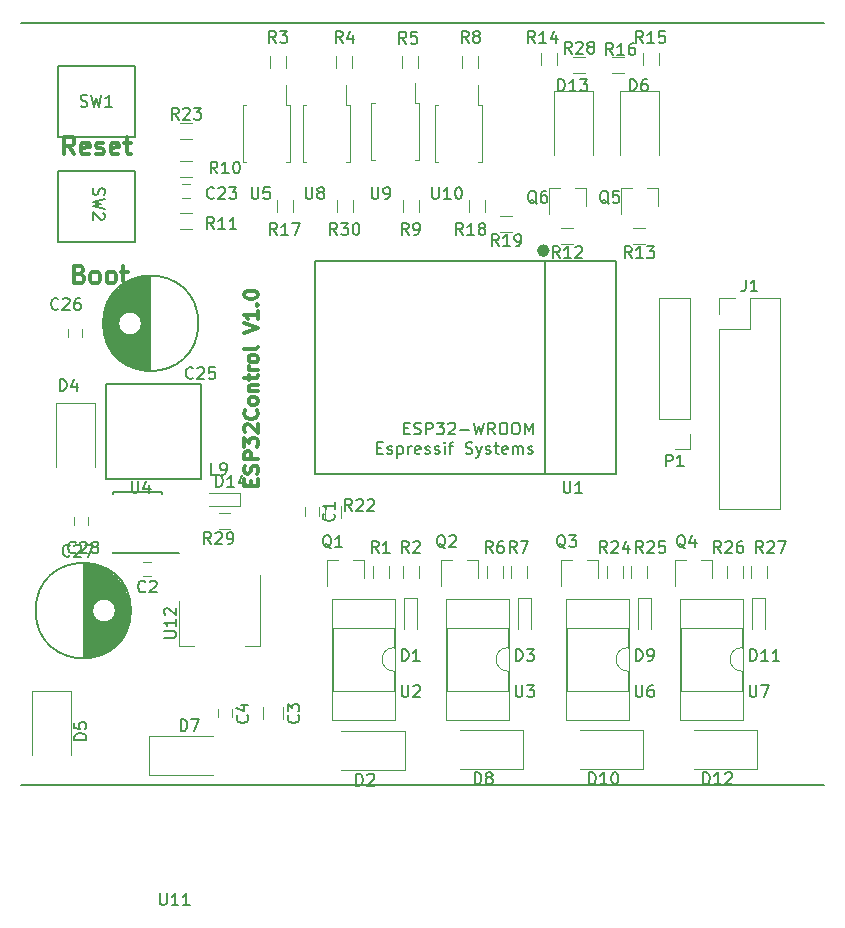
<source format=gto>
G04 #@! TF.GenerationSoftware,KiCad,Pcbnew,5.0.2*
G04 #@! TF.CreationDate,2018-12-28T21:36:43+01:00*
G04 #@! TF.ProjectId,esp32control,65737033-3263-46f6-9e74-726f6c2e6b69,rev?*
G04 #@! TF.SameCoordinates,Original*
G04 #@! TF.FileFunction,Legend,Top*
G04 #@! TF.FilePolarity,Positive*
%FSLAX46Y46*%
G04 Gerber Fmt 4.6, Leading zero omitted, Abs format (unit mm)*
G04 Created by KiCad (PCBNEW 5.0.2) date Fr 28 Dez 2018 21:36:43 CET*
%MOMM*%
%LPD*%
G01*
G04 APERTURE LIST*
%ADD10C,0.300000*%
%ADD11C,0.120000*%
%ADD12C,0.150000*%
%ADD13C,0.500000*%
G04 APERTURE END LIST*
D10*
X70744785Y-86077071D02*
X70744785Y-85677071D01*
X71373357Y-85505642D02*
X71373357Y-86077071D01*
X70173357Y-86077071D01*
X70173357Y-85505642D01*
X71316214Y-85048500D02*
X71373357Y-84877071D01*
X71373357Y-84591357D01*
X71316214Y-84477071D01*
X71259071Y-84419928D01*
X71144785Y-84362785D01*
X71030500Y-84362785D01*
X70916214Y-84419928D01*
X70859071Y-84477071D01*
X70801928Y-84591357D01*
X70744785Y-84819928D01*
X70687642Y-84934214D01*
X70630500Y-84991357D01*
X70516214Y-85048500D01*
X70401928Y-85048500D01*
X70287642Y-84991357D01*
X70230500Y-84934214D01*
X70173357Y-84819928D01*
X70173357Y-84534214D01*
X70230500Y-84362785D01*
X71373357Y-83848500D02*
X70173357Y-83848500D01*
X70173357Y-83391357D01*
X70230500Y-83277071D01*
X70287642Y-83219928D01*
X70401928Y-83162785D01*
X70573357Y-83162785D01*
X70687642Y-83219928D01*
X70744785Y-83277071D01*
X70801928Y-83391357D01*
X70801928Y-83848500D01*
X70173357Y-82762785D02*
X70173357Y-82019928D01*
X70630500Y-82419928D01*
X70630500Y-82248500D01*
X70687642Y-82134214D01*
X70744785Y-82077071D01*
X70859071Y-82019928D01*
X71144785Y-82019928D01*
X71259071Y-82077071D01*
X71316214Y-82134214D01*
X71373357Y-82248500D01*
X71373357Y-82591357D01*
X71316214Y-82705642D01*
X71259071Y-82762785D01*
X70287642Y-81562785D02*
X70230500Y-81505642D01*
X70173357Y-81391357D01*
X70173357Y-81105642D01*
X70230500Y-80991357D01*
X70287642Y-80934214D01*
X70401928Y-80877071D01*
X70516214Y-80877071D01*
X70687642Y-80934214D01*
X71373357Y-81619928D01*
X71373357Y-80877071D01*
X71259071Y-79677071D02*
X71316214Y-79734214D01*
X71373357Y-79905642D01*
X71373357Y-80019928D01*
X71316214Y-80191357D01*
X71201928Y-80305642D01*
X71087642Y-80362785D01*
X70859071Y-80419928D01*
X70687642Y-80419928D01*
X70459071Y-80362785D01*
X70344785Y-80305642D01*
X70230500Y-80191357D01*
X70173357Y-80019928D01*
X70173357Y-79905642D01*
X70230500Y-79734214D01*
X70287642Y-79677071D01*
X71373357Y-78991357D02*
X71316214Y-79105642D01*
X71259071Y-79162785D01*
X71144785Y-79219928D01*
X70801928Y-79219928D01*
X70687642Y-79162785D01*
X70630500Y-79105642D01*
X70573357Y-78991357D01*
X70573357Y-78819928D01*
X70630500Y-78705642D01*
X70687642Y-78648500D01*
X70801928Y-78591357D01*
X71144785Y-78591357D01*
X71259071Y-78648500D01*
X71316214Y-78705642D01*
X71373357Y-78819928D01*
X71373357Y-78991357D01*
X70573357Y-78077071D02*
X71373357Y-78077071D01*
X70687642Y-78077071D02*
X70630500Y-78019928D01*
X70573357Y-77905642D01*
X70573357Y-77734214D01*
X70630500Y-77619928D01*
X70744785Y-77562785D01*
X71373357Y-77562785D01*
X70573357Y-77162785D02*
X70573357Y-76705642D01*
X70173357Y-76991357D02*
X71201928Y-76991357D01*
X71316214Y-76934214D01*
X71373357Y-76819928D01*
X71373357Y-76705642D01*
X71373357Y-76305642D02*
X70573357Y-76305642D01*
X70801928Y-76305642D02*
X70687642Y-76248500D01*
X70630500Y-76191357D01*
X70573357Y-76077071D01*
X70573357Y-75962785D01*
X71373357Y-75391357D02*
X71316214Y-75505642D01*
X71259071Y-75562785D01*
X71144785Y-75619928D01*
X70801928Y-75619928D01*
X70687642Y-75562785D01*
X70630500Y-75505642D01*
X70573357Y-75391357D01*
X70573357Y-75219928D01*
X70630500Y-75105642D01*
X70687642Y-75048500D01*
X70801928Y-74991357D01*
X71144785Y-74991357D01*
X71259071Y-75048500D01*
X71316214Y-75105642D01*
X71373357Y-75219928D01*
X71373357Y-75391357D01*
X71373357Y-74305642D02*
X71316214Y-74419928D01*
X71201928Y-74477071D01*
X70173357Y-74477071D01*
X70173357Y-73105642D02*
X71373357Y-72705642D01*
X70173357Y-72305642D01*
X71373357Y-71277071D02*
X71373357Y-71962785D01*
X71373357Y-71619928D02*
X70173357Y-71619928D01*
X70344785Y-71734214D01*
X70459071Y-71848500D01*
X70516214Y-71962785D01*
X71259071Y-70762785D02*
X71316214Y-70705642D01*
X71373357Y-70762785D01*
X71316214Y-70819928D01*
X71259071Y-70762785D01*
X71373357Y-70762785D01*
X70173357Y-69962785D02*
X70173357Y-69848500D01*
X70230500Y-69734214D01*
X70287642Y-69677071D01*
X70401928Y-69619928D01*
X70630500Y-69562785D01*
X70916214Y-69562785D01*
X71144785Y-69619928D01*
X71259071Y-69677071D01*
X71316214Y-69734214D01*
X71373357Y-69848500D01*
X71373357Y-69962785D01*
X71316214Y-70077071D01*
X71259071Y-70134214D01*
X71144785Y-70191357D01*
X70916214Y-70248500D01*
X70630500Y-70248500D01*
X70401928Y-70191357D01*
X70287642Y-70134214D01*
X70230500Y-70077071D01*
X70173357Y-69962785D01*
X56261428Y-68152857D02*
X56475714Y-68224285D01*
X56547142Y-68295714D01*
X56618571Y-68438571D01*
X56618571Y-68652857D01*
X56547142Y-68795714D01*
X56475714Y-68867142D01*
X56332857Y-68938571D01*
X55761428Y-68938571D01*
X55761428Y-67438571D01*
X56261428Y-67438571D01*
X56404285Y-67510000D01*
X56475714Y-67581428D01*
X56547142Y-67724285D01*
X56547142Y-67867142D01*
X56475714Y-68010000D01*
X56404285Y-68081428D01*
X56261428Y-68152857D01*
X55761428Y-68152857D01*
X57475714Y-68938571D02*
X57332857Y-68867142D01*
X57261428Y-68795714D01*
X57190000Y-68652857D01*
X57190000Y-68224285D01*
X57261428Y-68081428D01*
X57332857Y-68010000D01*
X57475714Y-67938571D01*
X57690000Y-67938571D01*
X57832857Y-68010000D01*
X57904285Y-68081428D01*
X57975714Y-68224285D01*
X57975714Y-68652857D01*
X57904285Y-68795714D01*
X57832857Y-68867142D01*
X57690000Y-68938571D01*
X57475714Y-68938571D01*
X58832857Y-68938571D02*
X58690000Y-68867142D01*
X58618571Y-68795714D01*
X58547142Y-68652857D01*
X58547142Y-68224285D01*
X58618571Y-68081428D01*
X58690000Y-68010000D01*
X58832857Y-67938571D01*
X59047142Y-67938571D01*
X59190000Y-68010000D01*
X59261428Y-68081428D01*
X59332857Y-68224285D01*
X59332857Y-68652857D01*
X59261428Y-68795714D01*
X59190000Y-68867142D01*
X59047142Y-68938571D01*
X58832857Y-68938571D01*
X59761428Y-67938571D02*
X60332857Y-67938571D01*
X59975714Y-67438571D02*
X59975714Y-68724285D01*
X60047142Y-68867142D01*
X60190000Y-68938571D01*
X60332857Y-68938571D01*
X55828857Y-58016571D02*
X55328857Y-57302285D01*
X54971714Y-58016571D02*
X54971714Y-56516571D01*
X55543142Y-56516571D01*
X55686000Y-56588000D01*
X55757428Y-56659428D01*
X55828857Y-56802285D01*
X55828857Y-57016571D01*
X55757428Y-57159428D01*
X55686000Y-57230857D01*
X55543142Y-57302285D01*
X54971714Y-57302285D01*
X57043142Y-57945142D02*
X56900285Y-58016571D01*
X56614571Y-58016571D01*
X56471714Y-57945142D01*
X56400285Y-57802285D01*
X56400285Y-57230857D01*
X56471714Y-57088000D01*
X56614571Y-57016571D01*
X56900285Y-57016571D01*
X57043142Y-57088000D01*
X57114571Y-57230857D01*
X57114571Y-57373714D01*
X56400285Y-57516571D01*
X57686000Y-57945142D02*
X57828857Y-58016571D01*
X58114571Y-58016571D01*
X58257428Y-57945142D01*
X58328857Y-57802285D01*
X58328857Y-57730857D01*
X58257428Y-57588000D01*
X58114571Y-57516571D01*
X57900285Y-57516571D01*
X57757428Y-57445142D01*
X57686000Y-57302285D01*
X57686000Y-57230857D01*
X57757428Y-57088000D01*
X57900285Y-57016571D01*
X58114571Y-57016571D01*
X58257428Y-57088000D01*
X59543142Y-57945142D02*
X59400285Y-58016571D01*
X59114571Y-58016571D01*
X58971714Y-57945142D01*
X58900285Y-57802285D01*
X58900285Y-57230857D01*
X58971714Y-57088000D01*
X59114571Y-57016571D01*
X59400285Y-57016571D01*
X59543142Y-57088000D01*
X59614571Y-57230857D01*
X59614571Y-57373714D01*
X58900285Y-57516571D01*
X60043142Y-57016571D02*
X60614571Y-57016571D01*
X60257428Y-56516571D02*
X60257428Y-57802285D01*
X60328857Y-57945142D01*
X60471714Y-58016571D01*
X60614571Y-58016571D01*
D11*
G04 #@! TO.C,U8*
X79153000Y-58665000D02*
X78853000Y-58665000D01*
X79153000Y-53865000D02*
X79153000Y-58665000D01*
X78853000Y-53865000D02*
X79153000Y-53865000D01*
X75153000Y-53865000D02*
X75453000Y-53865000D01*
X75153000Y-58665000D02*
X75153000Y-53865000D01*
X75453000Y-58665000D02*
X75153000Y-58665000D01*
X78853000Y-53865000D02*
X78853000Y-52165000D01*
D12*
G04 #@! TO.C,U11*
X51308500Y-46868500D02*
X119308500Y-46868500D01*
X51308500Y-111368500D02*
X119308500Y-111368500D01*
D11*
G04 #@! TO.C,J1*
X110394500Y-70168500D02*
X111724500Y-70168500D01*
X110394500Y-71498500D02*
X110394500Y-70168500D01*
X112994500Y-70168500D02*
X115594500Y-70168500D01*
X112994500Y-72768500D02*
X112994500Y-70168500D01*
X110394500Y-72768500D02*
X112994500Y-72768500D01*
X115594500Y-70168500D02*
X115594500Y-88068500D01*
X110394500Y-72768500D02*
X110394500Y-88068500D01*
X110394500Y-88068500D02*
X115594500Y-88068500D01*
G04 #@! TO.C,D14*
X69836500Y-87796500D02*
X67236500Y-87796500D01*
X69836500Y-86696500D02*
X67236500Y-86696500D01*
X69836500Y-87796500D02*
X69836500Y-86696500D01*
G04 #@! TO.C,R29*
X68044500Y-88344500D02*
X69044500Y-88344500D01*
X69044500Y-89704500D02*
X68044500Y-89704500D01*
G04 #@! TO.C,D13*
X99722000Y-52668000D02*
X96422000Y-52668000D01*
X96422000Y-52668000D02*
X96422000Y-58068000D01*
X99722000Y-52668000D02*
X99722000Y-58068000D01*
G04 #@! TO.C,D6*
X105310000Y-52668000D02*
X105310000Y-58068000D01*
X102010000Y-52668000D02*
X102010000Y-58068000D01*
X105310000Y-52668000D02*
X102010000Y-52668000D01*
G04 #@! TO.C,C4*
X69208000Y-104994000D02*
X69208000Y-105694000D01*
X68008000Y-105694000D02*
X68008000Y-104994000D01*
G04 #@! TO.C,C3*
X71822000Y-104844000D02*
X71822000Y-105844000D01*
X73522000Y-105844000D02*
X73522000Y-104844000D01*
G04 #@! TO.C,U12*
X64690000Y-99634000D02*
X65950000Y-99634000D01*
X71510000Y-99634000D02*
X70250000Y-99634000D01*
X64690000Y-95874000D02*
X64690000Y-99634000D01*
X71510000Y-93624000D02*
X71510000Y-99634000D01*
G04 #@! TO.C,Q6*
X99144000Y-60896000D02*
X99144000Y-62356000D01*
X95984000Y-60896000D02*
X95984000Y-63056000D01*
X95984000Y-60896000D02*
X96914000Y-60896000D01*
X99144000Y-60896000D02*
X98214000Y-60896000D01*
G04 #@! TO.C,Q5*
X105240000Y-60896000D02*
X104310000Y-60896000D01*
X102080000Y-60896000D02*
X103010000Y-60896000D01*
X102080000Y-60896000D02*
X102080000Y-63056000D01*
X105240000Y-60896000D02*
X105240000Y-62356000D01*
G04 #@! TO.C,R12*
X97064000Y-64214500D02*
X98064000Y-64214500D01*
X98064000Y-65574500D02*
X97064000Y-65574500D01*
G04 #@! TO.C,R13*
X104160000Y-65574500D02*
X103160000Y-65574500D01*
X103160000Y-64214500D02*
X104160000Y-64214500D01*
G04 #@! TO.C,R14*
X96720000Y-49472000D02*
X96720000Y-50472000D01*
X95360000Y-50472000D02*
X95360000Y-49472000D01*
G04 #@! TO.C,R28*
X98080000Y-49800000D02*
X99080000Y-49800000D01*
X99080000Y-51160000D02*
X98080000Y-51160000D01*
D12*
G04 #@! TO.C,U4*
X63243440Y-91745060D02*
X64643440Y-91745060D01*
X63243440Y-86645060D02*
X59093440Y-86645060D01*
X63243440Y-91795060D02*
X59093440Y-91795060D01*
X63243440Y-86645060D02*
X63243440Y-86790060D01*
X59093440Y-86645060D02*
X59093440Y-86790060D01*
X59093440Y-91795060D02*
X59093440Y-91650060D01*
X63243440Y-91795060D02*
X63243440Y-91745060D01*
D11*
G04 #@! TO.C,C2*
X62354000Y-93752000D02*
X61654000Y-93752000D01*
X61654000Y-92552000D02*
X62354000Y-92552000D01*
G04 #@! TO.C,D7*
X62160000Y-107250000D02*
X67560000Y-107250000D01*
X62160000Y-110550000D02*
X67560000Y-110550000D01*
X62160000Y-107250000D02*
X62160000Y-110550000D01*
G04 #@! TO.C,D2*
X83819000Y-110169000D02*
X83819000Y-106869000D01*
X83819000Y-106869000D02*
X78419000Y-106869000D01*
X83819000Y-110169000D02*
X78419000Y-110169000D01*
G04 #@! TO.C,D5*
X55526000Y-103468000D02*
X55526000Y-108868000D01*
X52226000Y-103468000D02*
X52226000Y-108868000D01*
X55526000Y-103468000D02*
X52226000Y-103468000D01*
G04 #@! TO.C,D8*
X93852000Y-110042000D02*
X93852000Y-106742000D01*
X93852000Y-106742000D02*
X88452000Y-106742000D01*
X93852000Y-110042000D02*
X88452000Y-110042000D01*
G04 #@! TO.C,D10*
X104012000Y-110042000D02*
X98612000Y-110042000D01*
X104012000Y-106742000D02*
X98612000Y-106742000D01*
X104012000Y-110042000D02*
X104012000Y-106742000D01*
G04 #@! TO.C,D12*
X113664000Y-110042000D02*
X113664000Y-106742000D01*
X113664000Y-106742000D02*
X108264000Y-106742000D01*
X113664000Y-110042000D02*
X108264000Y-110042000D01*
G04 #@! TO.C,D4*
X57558000Y-79084000D02*
X57558000Y-84484000D01*
X54258000Y-79084000D02*
X54258000Y-84484000D01*
X57558000Y-79084000D02*
X54258000Y-79084000D01*
G04 #@! TO.C,D3*
X94494500Y-95606500D02*
X93394500Y-95606500D01*
X93394500Y-95606500D02*
X93394500Y-98206500D01*
X94494500Y-95606500D02*
X94494500Y-98206500D01*
G04 #@! TO.C,D1*
X84842500Y-95606500D02*
X84842500Y-98206500D01*
X83742500Y-95606500D02*
X83742500Y-98206500D01*
X84842500Y-95606500D02*
X83742500Y-95606500D01*
G04 #@! TO.C,D9*
X104654500Y-95606500D02*
X103554500Y-95606500D01*
X103554500Y-95606500D02*
X103554500Y-98206500D01*
X104654500Y-95606500D02*
X104654500Y-98206500D01*
G04 #@! TO.C,D11*
X114306500Y-95606500D02*
X114306500Y-98206500D01*
X113206500Y-95606500D02*
X113206500Y-98206500D01*
X114306500Y-95606500D02*
X113206500Y-95606500D01*
G04 #@! TO.C,Q1*
X80348000Y-92392000D02*
X80348000Y-93852000D01*
X77188000Y-92392000D02*
X77188000Y-94552000D01*
X77188000Y-92392000D02*
X78118000Y-92392000D01*
X80348000Y-92392000D02*
X79418000Y-92392000D01*
G04 #@! TO.C,Q2*
X90000000Y-92392000D02*
X89070000Y-92392000D01*
X86840000Y-92392000D02*
X87770000Y-92392000D01*
X86840000Y-92392000D02*
X86840000Y-94552000D01*
X90000000Y-92392000D02*
X90000000Y-93852000D01*
G04 #@! TO.C,Q3*
X100160000Y-92392000D02*
X100160000Y-93852000D01*
X97000000Y-92392000D02*
X97000000Y-94552000D01*
X97000000Y-92392000D02*
X97930000Y-92392000D01*
X100160000Y-92392000D02*
X99230000Y-92392000D01*
G04 #@! TO.C,Q4*
X109812000Y-92392000D02*
X108882000Y-92392000D01*
X106652000Y-92392000D02*
X107582000Y-92392000D01*
X106652000Y-92392000D02*
X106652000Y-94552000D01*
X109812000Y-92392000D02*
X109812000Y-93852000D01*
G04 #@! TO.C,R24*
X102308000Y-92842500D02*
X102308000Y-93842500D01*
X100948000Y-93842500D02*
X100948000Y-92842500D01*
G04 #@! TO.C,R25*
X104276500Y-92842500D02*
X104276500Y-93842500D01*
X102916500Y-93842500D02*
X102916500Y-92842500D01*
G04 #@! TO.C,R27*
X113076500Y-93842500D02*
X113076500Y-92842500D01*
X114436500Y-92842500D02*
X114436500Y-93842500D01*
G04 #@! TO.C,R26*
X111044500Y-93842500D02*
X111044500Y-92842500D01*
X112404500Y-92842500D02*
X112404500Y-93842500D01*
G04 #@! TO.C,R19*
X91893000Y-63198500D02*
X92893000Y-63198500D01*
X92893000Y-64558500D02*
X91893000Y-64558500D01*
G04 #@! TO.C,R18*
X89200500Y-62854500D02*
X89200500Y-61854500D01*
X90560500Y-61854500D02*
X90560500Y-62854500D01*
G04 #@! TO.C,R8*
X90025000Y-49669000D02*
X90025000Y-50669000D01*
X88665000Y-50669000D02*
X88665000Y-49669000D01*
G04 #@! TO.C,R9*
X83612500Y-62854500D02*
X83612500Y-61854500D01*
X84972500Y-61854500D02*
X84972500Y-62854500D01*
G04 #@! TO.C,R22*
X77008500Y-88762500D02*
X77008500Y-87762500D01*
X78368500Y-87762500D02*
X78368500Y-88762500D01*
G04 #@! TO.C,R23*
X65806000Y-56748000D02*
X64806000Y-56748000D01*
X64806000Y-55388000D02*
X65806000Y-55388000D01*
G04 #@! TO.C,R30*
X78024500Y-62854500D02*
X78024500Y-61854500D01*
X79384500Y-61854500D02*
X79384500Y-62854500D01*
G04 #@! TO.C,R17*
X72944500Y-62854500D02*
X72944500Y-61854500D01*
X74304500Y-61854500D02*
X74304500Y-62854500D01*
G04 #@! TO.C,R16*
X101370000Y-49800000D02*
X102370000Y-49800000D01*
X102370000Y-51160000D02*
X101370000Y-51160000D01*
G04 #@! TO.C,R15*
X105356000Y-49472000D02*
X105356000Y-50472000D01*
X103996000Y-50472000D02*
X103996000Y-49472000D01*
G04 #@! TO.C,R11*
X65806000Y-64368000D02*
X64806000Y-64368000D01*
X64806000Y-63008000D02*
X65806000Y-63008000D01*
G04 #@! TO.C,R10*
X65806000Y-59923000D02*
X64806000Y-59923000D01*
X64806000Y-58563000D02*
X65806000Y-58563000D01*
G04 #@! TO.C,R5*
X84945000Y-49669000D02*
X84945000Y-50669000D01*
X83585000Y-50669000D02*
X83585000Y-49669000D01*
G04 #@! TO.C,R4*
X79357000Y-49669000D02*
X79357000Y-50669000D01*
X77997000Y-50669000D02*
X77997000Y-49669000D01*
G04 #@! TO.C,R3*
X73769000Y-49669000D02*
X73769000Y-50669000D01*
X72409000Y-50669000D02*
X72409000Y-49669000D01*
G04 #@! TO.C,R1*
X82496000Y-92842500D02*
X82496000Y-93842500D01*
X81136000Y-93842500D02*
X81136000Y-92842500D01*
G04 #@! TO.C,R7*
X92756500Y-93842500D02*
X92756500Y-92842500D01*
X94116500Y-92842500D02*
X94116500Y-93842500D01*
G04 #@! TO.C,R6*
X92148000Y-92842500D02*
X92148000Y-93842500D01*
X90788000Y-93842500D02*
X90788000Y-92842500D01*
G04 #@! TO.C,R2*
X83612500Y-93842500D02*
X83612500Y-92842500D01*
X84972500Y-92842500D02*
X84972500Y-93842500D01*
G04 #@! TO.C,U5*
X73773000Y-53865000D02*
X73773000Y-52165000D01*
X70373000Y-58665000D02*
X70073000Y-58665000D01*
X70073000Y-58665000D02*
X70073000Y-53865000D01*
X70073000Y-53865000D02*
X70373000Y-53865000D01*
X73773000Y-53865000D02*
X74073000Y-53865000D01*
X74073000Y-53865000D02*
X74073000Y-58665000D01*
X74073000Y-58665000D02*
X73773000Y-58665000D01*
G04 #@! TO.C,U9*
X84966295Y-58480521D02*
X84666295Y-58480521D01*
X84966295Y-53680521D02*
X84966295Y-58480521D01*
X84666295Y-53680521D02*
X84966295Y-53680521D01*
X80966295Y-53680521D02*
X81266295Y-53680521D01*
X80966295Y-58480521D02*
X80966295Y-53680521D01*
X81266295Y-58480521D02*
X80966295Y-58480521D01*
X84666295Y-53680521D02*
X84666295Y-51980521D01*
G04 #@! TO.C,U10*
X90029000Y-53865000D02*
X90029000Y-52165000D01*
X86629000Y-58665000D02*
X86329000Y-58665000D01*
X86329000Y-58665000D02*
X86329000Y-53865000D01*
X86329000Y-53865000D02*
X86629000Y-53865000D01*
X90029000Y-53865000D02*
X90329000Y-53865000D01*
X90329000Y-53865000D02*
X90329000Y-58665000D01*
X90329000Y-58665000D02*
X90029000Y-58665000D01*
G04 #@! TO.C,P1*
X107970500Y-70168500D02*
X105310500Y-70168500D01*
X107970500Y-80388500D02*
X107970500Y-70168500D01*
X105310500Y-80388500D02*
X105310500Y-70168500D01*
X107970500Y-80388500D02*
X105310500Y-80388500D01*
X107970500Y-81658500D02*
X107970500Y-82988500D01*
X107970500Y-82988500D02*
X106640500Y-82988500D01*
G04 #@! TO.C,C1*
X75310500Y-88612500D02*
X75310500Y-87912500D01*
X76510500Y-87912500D02*
X76510500Y-88612500D01*
D12*
G04 #@! TO.C,SW1*
X54436000Y-50528000D02*
X60936000Y-50528000D01*
X60936000Y-50528000D02*
X60936000Y-56528000D01*
X60936000Y-56528000D02*
X54436000Y-56528000D01*
X54436000Y-56528000D02*
X54436000Y-50528000D01*
G04 #@! TO.C,C25*
X62211000Y-76323000D02*
X62211000Y-68325000D01*
X62071000Y-76318000D02*
X62071000Y-68330000D01*
X61931000Y-76308000D02*
X61931000Y-68340000D01*
X61791000Y-76293000D02*
X61791000Y-68355000D01*
X61651000Y-76273000D02*
X61651000Y-68375000D01*
X61511000Y-76248000D02*
X61511000Y-72546000D01*
X61511000Y-72102000D02*
X61511000Y-68400000D01*
X61371000Y-76218000D02*
X61371000Y-72874000D01*
X61371000Y-71774000D02*
X61371000Y-68430000D01*
X61231000Y-76182000D02*
X61231000Y-73043000D01*
X61231000Y-71605000D02*
X61231000Y-68466000D01*
X61091000Y-76141000D02*
X61091000Y-73156000D01*
X61091000Y-71492000D02*
X61091000Y-68507000D01*
X60951000Y-76095000D02*
X60951000Y-73234000D01*
X60951000Y-71414000D02*
X60951000Y-68553000D01*
X60811000Y-76042000D02*
X60811000Y-73285000D01*
X60811000Y-71363000D02*
X60811000Y-68606000D01*
X60671000Y-75983000D02*
X60671000Y-73315000D01*
X60671000Y-71333000D02*
X60671000Y-68665000D01*
X60531000Y-75918000D02*
X60531000Y-73324000D01*
X60531000Y-71324000D02*
X60531000Y-68730000D01*
X60391000Y-75847000D02*
X60391000Y-73313000D01*
X60391000Y-71335000D02*
X60391000Y-68801000D01*
X60251000Y-75768000D02*
X60251000Y-73283000D01*
X60251000Y-71365000D02*
X60251000Y-68880000D01*
X60111000Y-75681000D02*
X60111000Y-73229000D01*
X60111000Y-71419000D02*
X60111000Y-68967000D01*
X59971000Y-75586000D02*
X59971000Y-73149000D01*
X59971000Y-71499000D02*
X59971000Y-69062000D01*
X59831000Y-75482000D02*
X59831000Y-73033000D01*
X59831000Y-71615000D02*
X59831000Y-69166000D01*
X59691000Y-75368000D02*
X59691000Y-72859000D01*
X59691000Y-71789000D02*
X59691000Y-69280000D01*
X59551000Y-75243000D02*
X59551000Y-72497000D01*
X59551000Y-72151000D02*
X59551000Y-69405000D01*
X59411000Y-75105000D02*
X59411000Y-69543000D01*
X59271000Y-74953000D02*
X59271000Y-69695000D01*
X59131000Y-74783000D02*
X59131000Y-69865000D01*
X58991000Y-74592000D02*
X58991000Y-70056000D01*
X58851000Y-74374000D02*
X58851000Y-70274000D01*
X58711000Y-74118000D02*
X58711000Y-70530000D01*
X58571000Y-73807000D02*
X58571000Y-70841000D01*
X58431000Y-73391000D02*
X58431000Y-71257000D01*
X58291000Y-72524000D02*
X58291000Y-72124000D01*
X61536000Y-72324000D02*
G75*
G03X61536000Y-72324000I-1000000J0D01*
G01*
X66323500Y-72324000D02*
G75*
G03X66323500Y-72324000I-4037500J0D01*
G01*
G04 #@! TO.C,C28*
X56653500Y-92645500D02*
X56653500Y-100643500D01*
X56793500Y-92650500D02*
X56793500Y-100638500D01*
X56933500Y-92660500D02*
X56933500Y-100628500D01*
X57073500Y-92675500D02*
X57073500Y-100613500D01*
X57213500Y-92695500D02*
X57213500Y-100593500D01*
X57353500Y-92720500D02*
X57353500Y-96422500D01*
X57353500Y-96866500D02*
X57353500Y-100568500D01*
X57493500Y-92750500D02*
X57493500Y-96094500D01*
X57493500Y-97194500D02*
X57493500Y-100538500D01*
X57633500Y-92786500D02*
X57633500Y-95925500D01*
X57633500Y-97363500D02*
X57633500Y-100502500D01*
X57773500Y-92827500D02*
X57773500Y-95812500D01*
X57773500Y-97476500D02*
X57773500Y-100461500D01*
X57913500Y-92873500D02*
X57913500Y-95734500D01*
X57913500Y-97554500D02*
X57913500Y-100415500D01*
X58053500Y-92926500D02*
X58053500Y-95683500D01*
X58053500Y-97605500D02*
X58053500Y-100362500D01*
X58193500Y-92985500D02*
X58193500Y-95653500D01*
X58193500Y-97635500D02*
X58193500Y-100303500D01*
X58333500Y-93050500D02*
X58333500Y-95644500D01*
X58333500Y-97644500D02*
X58333500Y-100238500D01*
X58473500Y-93121500D02*
X58473500Y-95655500D01*
X58473500Y-97633500D02*
X58473500Y-100167500D01*
X58613500Y-93200500D02*
X58613500Y-95685500D01*
X58613500Y-97603500D02*
X58613500Y-100088500D01*
X58753500Y-93287500D02*
X58753500Y-95739500D01*
X58753500Y-97549500D02*
X58753500Y-100001500D01*
X58893500Y-93382500D02*
X58893500Y-95819500D01*
X58893500Y-97469500D02*
X58893500Y-99906500D01*
X59033500Y-93486500D02*
X59033500Y-95935500D01*
X59033500Y-97353500D02*
X59033500Y-99802500D01*
X59173500Y-93600500D02*
X59173500Y-96109500D01*
X59173500Y-97179500D02*
X59173500Y-99688500D01*
X59313500Y-93725500D02*
X59313500Y-96471500D01*
X59313500Y-96817500D02*
X59313500Y-99563500D01*
X59453500Y-93863500D02*
X59453500Y-99425500D01*
X59593500Y-94015500D02*
X59593500Y-99273500D01*
X59733500Y-94185500D02*
X59733500Y-99103500D01*
X59873500Y-94376500D02*
X59873500Y-98912500D01*
X60013500Y-94594500D02*
X60013500Y-98694500D01*
X60153500Y-94850500D02*
X60153500Y-98438500D01*
X60293500Y-95161500D02*
X60293500Y-98127500D01*
X60433500Y-95577500D02*
X60433500Y-97711500D01*
X60573500Y-96444500D02*
X60573500Y-96844500D01*
X59328500Y-96644500D02*
G75*
G03X59328500Y-96644500I-1000000J0D01*
G01*
X60616000Y-96644500D02*
G75*
G03X60616000Y-96644500I-4037500J0D01*
G01*
D11*
G04 #@! TO.C,C26*
X56457200Y-72766480D02*
X56457200Y-73466480D01*
X55257200Y-73466480D02*
X55257200Y-72766480D01*
D12*
G04 #@! TO.C,L9*
X58512000Y-85468000D02*
X58512000Y-77468000D01*
X58512000Y-77468000D02*
X66512000Y-77468000D01*
X66512000Y-77468000D02*
X66512000Y-85468000D01*
X66512000Y-85468000D02*
X58512000Y-85468000D01*
D11*
G04 #@! TO.C,C27*
X57016000Y-88738000D02*
X57016000Y-89438000D01*
X55816000Y-89438000D02*
X55816000Y-88738000D01*
D12*
G04 #@! TO.C,SW2*
X54436000Y-65418000D02*
X54436000Y-59418000D01*
X60936000Y-65418000D02*
X54436000Y-65418000D01*
X60936000Y-59418000D02*
X60936000Y-65418000D01*
X54436000Y-59418000D02*
X60936000Y-59418000D01*
D11*
G04 #@! TO.C,C23*
X65656000Y-61748000D02*
X64956000Y-61748000D01*
X64956000Y-60548000D02*
X65656000Y-60548000D01*
D13*
G04 #@! TO.C,U1*
X95815981Y-66164500D02*
G75*
G03X95815981Y-66164500I-283981J0D01*
G01*
D12*
X95678000Y-85070500D02*
X95678000Y-67070500D01*
X101678000Y-67070500D02*
X76178000Y-67070500D01*
X101678000Y-85070500D02*
X76178000Y-85070500D01*
X76178000Y-85070500D02*
X76178000Y-67070500D01*
X101678000Y-85070500D02*
X101678000Y-67070500D01*
D11*
G04 #@! TO.C,U7*
X112356000Y-101772000D02*
G75*
G02X112356000Y-99772000I0J1000000D01*
G01*
X112356000Y-99772000D02*
X112356000Y-98122000D01*
X112356000Y-98122000D02*
X107156000Y-98122000D01*
X107156000Y-98122000D02*
X107156000Y-103422000D01*
X107156000Y-103422000D02*
X112356000Y-103422000D01*
X112356000Y-103422000D02*
X112356000Y-101772000D01*
X112416000Y-95632000D02*
X107096000Y-95632000D01*
X107096000Y-95632000D02*
X107096000Y-105912000D01*
X107096000Y-105912000D02*
X112416000Y-105912000D01*
X112416000Y-105912000D02*
X112416000Y-95632000D01*
G04 #@! TO.C,U6*
X102764000Y-105912000D02*
X102764000Y-95632000D01*
X97444000Y-105912000D02*
X102764000Y-105912000D01*
X97444000Y-95632000D02*
X97444000Y-105912000D01*
X102764000Y-95632000D02*
X97444000Y-95632000D01*
X102704000Y-103422000D02*
X102704000Y-101772000D01*
X97504000Y-103422000D02*
X102704000Y-103422000D01*
X97504000Y-98122000D02*
X97504000Y-103422000D01*
X102704000Y-98122000D02*
X97504000Y-98122000D01*
X102704000Y-99772000D02*
X102704000Y-98122000D01*
X102704000Y-101772000D02*
G75*
G02X102704000Y-99772000I0J1000000D01*
G01*
G04 #@! TO.C,U2*
X82892000Y-101772000D02*
G75*
G02X82892000Y-99772000I0J1000000D01*
G01*
X82892000Y-99772000D02*
X82892000Y-98122000D01*
X82892000Y-98122000D02*
X77692000Y-98122000D01*
X77692000Y-98122000D02*
X77692000Y-103422000D01*
X77692000Y-103422000D02*
X82892000Y-103422000D01*
X82892000Y-103422000D02*
X82892000Y-101772000D01*
X82952000Y-95632000D02*
X77632000Y-95632000D01*
X77632000Y-95632000D02*
X77632000Y-105912000D01*
X77632000Y-105912000D02*
X82952000Y-105912000D01*
X82952000Y-105912000D02*
X82952000Y-95632000D01*
G04 #@! TO.C,U3*
X92604000Y-105912000D02*
X92604000Y-95632000D01*
X87284000Y-105912000D02*
X92604000Y-105912000D01*
X87284000Y-95632000D02*
X87284000Y-105912000D01*
X92604000Y-95632000D02*
X87284000Y-95632000D01*
X92544000Y-103422000D02*
X92544000Y-101772000D01*
X87344000Y-103422000D02*
X92544000Y-103422000D01*
X87344000Y-98122000D02*
X87344000Y-103422000D01*
X92544000Y-98122000D02*
X87344000Y-98122000D01*
X92544000Y-99772000D02*
X92544000Y-98122000D01*
X92544000Y-101772000D02*
G75*
G02X92544000Y-99772000I0J1000000D01*
G01*
G04 #@! TO.C,U8*
D12*
X75402595Y-60790880D02*
X75402595Y-61600404D01*
X75450214Y-61695642D01*
X75497833Y-61743261D01*
X75593071Y-61790880D01*
X75783547Y-61790880D01*
X75878785Y-61743261D01*
X75926404Y-61695642D01*
X75974023Y-61600404D01*
X75974023Y-60790880D01*
X76593071Y-61219452D02*
X76497833Y-61171833D01*
X76450214Y-61124214D01*
X76402595Y-61028976D01*
X76402595Y-60981357D01*
X76450214Y-60886119D01*
X76497833Y-60838500D01*
X76593071Y-60790880D01*
X76783547Y-60790880D01*
X76878785Y-60838500D01*
X76926404Y-60886119D01*
X76974023Y-60981357D01*
X76974023Y-61028976D01*
X76926404Y-61124214D01*
X76878785Y-61171833D01*
X76783547Y-61219452D01*
X76593071Y-61219452D01*
X76497833Y-61267071D01*
X76450214Y-61314690D01*
X76402595Y-61409928D01*
X76402595Y-61600404D01*
X76450214Y-61695642D01*
X76497833Y-61743261D01*
X76593071Y-61790880D01*
X76783547Y-61790880D01*
X76878785Y-61743261D01*
X76926404Y-61695642D01*
X76974023Y-61600404D01*
X76974023Y-61409928D01*
X76926404Y-61314690D01*
X76878785Y-61267071D01*
X76783547Y-61219452D01*
G04 #@! TO.C,U11*
X63070404Y-120570880D02*
X63070404Y-121380404D01*
X63118023Y-121475642D01*
X63165642Y-121523261D01*
X63260880Y-121570880D01*
X63451357Y-121570880D01*
X63546595Y-121523261D01*
X63594214Y-121475642D01*
X63641833Y-121380404D01*
X63641833Y-120570880D01*
X64641833Y-121570880D02*
X64070404Y-121570880D01*
X64356119Y-121570880D02*
X64356119Y-120570880D01*
X64260880Y-120713738D01*
X64165642Y-120808976D01*
X64070404Y-120856595D01*
X65594214Y-121570880D02*
X65022785Y-121570880D01*
X65308500Y-121570880D02*
X65308500Y-120570880D01*
X65213261Y-120713738D01*
X65118023Y-120808976D01*
X65022785Y-120856595D01*
G04 #@! TO.C,J1*
X112661166Y-68620880D02*
X112661166Y-69335166D01*
X112613547Y-69478023D01*
X112518309Y-69573261D01*
X112375452Y-69620880D01*
X112280214Y-69620880D01*
X113661166Y-69620880D02*
X113089738Y-69620880D01*
X113375452Y-69620880D02*
X113375452Y-68620880D01*
X113280214Y-68763738D01*
X113184976Y-68858976D01*
X113089738Y-68906595D01*
G04 #@! TO.C,D14*
X67838214Y-86174880D02*
X67838214Y-85174880D01*
X68076309Y-85174880D01*
X68219166Y-85222500D01*
X68314404Y-85317738D01*
X68362023Y-85412976D01*
X68409642Y-85603452D01*
X68409642Y-85746309D01*
X68362023Y-85936785D01*
X68314404Y-86032023D01*
X68219166Y-86127261D01*
X68076309Y-86174880D01*
X67838214Y-86174880D01*
X69362023Y-86174880D02*
X68790595Y-86174880D01*
X69076309Y-86174880D02*
X69076309Y-85174880D01*
X68981071Y-85317738D01*
X68885833Y-85412976D01*
X68790595Y-85460595D01*
X70219166Y-85508214D02*
X70219166Y-86174880D01*
X69981071Y-85127261D02*
X69742976Y-85841547D01*
X70362023Y-85841547D01*
G04 #@! TO.C,R29*
X67393642Y-91000880D02*
X67060309Y-90524690D01*
X66822214Y-91000880D02*
X66822214Y-90000880D01*
X67203166Y-90000880D01*
X67298404Y-90048500D01*
X67346023Y-90096119D01*
X67393642Y-90191357D01*
X67393642Y-90334214D01*
X67346023Y-90429452D01*
X67298404Y-90477071D01*
X67203166Y-90524690D01*
X66822214Y-90524690D01*
X67774595Y-90096119D02*
X67822214Y-90048500D01*
X67917452Y-90000880D01*
X68155547Y-90000880D01*
X68250785Y-90048500D01*
X68298404Y-90096119D01*
X68346023Y-90191357D01*
X68346023Y-90286595D01*
X68298404Y-90429452D01*
X67726976Y-91000880D01*
X68346023Y-91000880D01*
X68822214Y-91000880D02*
X69012690Y-91000880D01*
X69107928Y-90953261D01*
X69155547Y-90905642D01*
X69250785Y-90762785D01*
X69298404Y-90572309D01*
X69298404Y-90191357D01*
X69250785Y-90096119D01*
X69203166Y-90048500D01*
X69107928Y-90000880D01*
X68917452Y-90000880D01*
X68822214Y-90048500D01*
X68774595Y-90096119D01*
X68726976Y-90191357D01*
X68726976Y-90429452D01*
X68774595Y-90524690D01*
X68822214Y-90572309D01*
X68917452Y-90619928D01*
X69107928Y-90619928D01*
X69203166Y-90572309D01*
X69250785Y-90524690D01*
X69298404Y-90429452D01*
G04 #@! TO.C,D13*
X96794214Y-52646880D02*
X96794214Y-51646880D01*
X97032309Y-51646880D01*
X97175166Y-51694500D01*
X97270404Y-51789738D01*
X97318023Y-51884976D01*
X97365642Y-52075452D01*
X97365642Y-52218309D01*
X97318023Y-52408785D01*
X97270404Y-52504023D01*
X97175166Y-52599261D01*
X97032309Y-52646880D01*
X96794214Y-52646880D01*
X98318023Y-52646880D02*
X97746595Y-52646880D01*
X98032309Y-52646880D02*
X98032309Y-51646880D01*
X97937071Y-51789738D01*
X97841833Y-51884976D01*
X97746595Y-51932595D01*
X98651357Y-51646880D02*
X99270404Y-51646880D01*
X98937071Y-52027833D01*
X99079928Y-52027833D01*
X99175166Y-52075452D01*
X99222785Y-52123071D01*
X99270404Y-52218309D01*
X99270404Y-52456404D01*
X99222785Y-52551642D01*
X99175166Y-52599261D01*
X99079928Y-52646880D01*
X98794214Y-52646880D01*
X98698976Y-52599261D01*
X98651357Y-52551642D01*
G04 #@! TO.C,D6*
X102858404Y-52646880D02*
X102858404Y-51646880D01*
X103096500Y-51646880D01*
X103239357Y-51694500D01*
X103334595Y-51789738D01*
X103382214Y-51884976D01*
X103429833Y-52075452D01*
X103429833Y-52218309D01*
X103382214Y-52408785D01*
X103334595Y-52504023D01*
X103239357Y-52599261D01*
X103096500Y-52646880D01*
X102858404Y-52646880D01*
X104286976Y-51646880D02*
X104096500Y-51646880D01*
X104001261Y-51694500D01*
X103953642Y-51742119D01*
X103858404Y-51884976D01*
X103810785Y-52075452D01*
X103810785Y-52456404D01*
X103858404Y-52551642D01*
X103906023Y-52599261D01*
X104001261Y-52646880D01*
X104191738Y-52646880D01*
X104286976Y-52599261D01*
X104334595Y-52551642D01*
X104382214Y-52456404D01*
X104382214Y-52218309D01*
X104334595Y-52123071D01*
X104286976Y-52075452D01*
X104191738Y-52027833D01*
X104001261Y-52027833D01*
X103906023Y-52075452D01*
X103858404Y-52123071D01*
X103810785Y-52218309D01*
G04 #@! TO.C,C4*
X70465142Y-105510666D02*
X70512761Y-105558285D01*
X70560380Y-105701142D01*
X70560380Y-105796380D01*
X70512761Y-105939238D01*
X70417523Y-106034476D01*
X70322285Y-106082095D01*
X70131809Y-106129714D01*
X69988952Y-106129714D01*
X69798476Y-106082095D01*
X69703238Y-106034476D01*
X69608000Y-105939238D01*
X69560380Y-105796380D01*
X69560380Y-105701142D01*
X69608000Y-105558285D01*
X69655619Y-105510666D01*
X69893714Y-104653523D02*
X70560380Y-104653523D01*
X69512761Y-104891619D02*
X70227047Y-105129714D01*
X70227047Y-104510666D01*
G04 #@! TO.C,C3*
X74779142Y-105510666D02*
X74826761Y-105558285D01*
X74874380Y-105701142D01*
X74874380Y-105796380D01*
X74826761Y-105939238D01*
X74731523Y-106034476D01*
X74636285Y-106082095D01*
X74445809Y-106129714D01*
X74302952Y-106129714D01*
X74112476Y-106082095D01*
X74017238Y-106034476D01*
X73922000Y-105939238D01*
X73874380Y-105796380D01*
X73874380Y-105701142D01*
X73922000Y-105558285D01*
X73969619Y-105510666D01*
X73874380Y-105177333D02*
X73874380Y-104558285D01*
X74255333Y-104891619D01*
X74255333Y-104748761D01*
X74302952Y-104653523D01*
X74350571Y-104605904D01*
X74445809Y-104558285D01*
X74683904Y-104558285D01*
X74779142Y-104605904D01*
X74826761Y-104653523D01*
X74874380Y-104748761D01*
X74874380Y-105034476D01*
X74826761Y-105129714D01*
X74779142Y-105177333D01*
G04 #@! TO.C,U12*
X63424880Y-98962095D02*
X64234404Y-98962095D01*
X64329642Y-98914476D01*
X64377261Y-98866857D01*
X64424880Y-98771619D01*
X64424880Y-98581142D01*
X64377261Y-98485904D01*
X64329642Y-98438285D01*
X64234404Y-98390666D01*
X63424880Y-98390666D01*
X64424880Y-97390666D02*
X64424880Y-97962095D01*
X64424880Y-97676380D02*
X63424880Y-97676380D01*
X63567738Y-97771619D01*
X63662976Y-97866857D01*
X63710595Y-97962095D01*
X63520119Y-97009714D02*
X63472500Y-96962095D01*
X63424880Y-96866857D01*
X63424880Y-96628761D01*
X63472500Y-96533523D01*
X63520119Y-96485904D01*
X63615357Y-96438285D01*
X63710595Y-96438285D01*
X63853452Y-96485904D01*
X64424880Y-97057333D01*
X64424880Y-96438285D01*
G04 #@! TO.C,Q6*
X94968761Y-62203619D02*
X94873523Y-62156000D01*
X94778285Y-62060761D01*
X94635428Y-61917904D01*
X94540190Y-61870285D01*
X94444952Y-61870285D01*
X94492571Y-62108380D02*
X94397333Y-62060761D01*
X94302095Y-61965523D01*
X94254476Y-61775047D01*
X94254476Y-61441714D01*
X94302095Y-61251238D01*
X94397333Y-61156000D01*
X94492571Y-61108380D01*
X94683047Y-61108380D01*
X94778285Y-61156000D01*
X94873523Y-61251238D01*
X94921142Y-61441714D01*
X94921142Y-61775047D01*
X94873523Y-61965523D01*
X94778285Y-62060761D01*
X94683047Y-62108380D01*
X94492571Y-62108380D01*
X95778285Y-61108380D02*
X95587809Y-61108380D01*
X95492571Y-61156000D01*
X95444952Y-61203619D01*
X95349714Y-61346476D01*
X95302095Y-61536952D01*
X95302095Y-61917904D01*
X95349714Y-62013142D01*
X95397333Y-62060761D01*
X95492571Y-62108380D01*
X95683047Y-62108380D01*
X95778285Y-62060761D01*
X95825904Y-62013142D01*
X95873523Y-61917904D01*
X95873523Y-61679809D01*
X95825904Y-61584571D01*
X95778285Y-61536952D01*
X95683047Y-61489333D01*
X95492571Y-61489333D01*
X95397333Y-61536952D01*
X95349714Y-61584571D01*
X95302095Y-61679809D01*
G04 #@! TO.C,Q5*
X101064761Y-62203619D02*
X100969523Y-62156000D01*
X100874285Y-62060761D01*
X100731428Y-61917904D01*
X100636190Y-61870285D01*
X100540952Y-61870285D01*
X100588571Y-62108380D02*
X100493333Y-62060761D01*
X100398095Y-61965523D01*
X100350476Y-61775047D01*
X100350476Y-61441714D01*
X100398095Y-61251238D01*
X100493333Y-61156000D01*
X100588571Y-61108380D01*
X100779047Y-61108380D01*
X100874285Y-61156000D01*
X100969523Y-61251238D01*
X101017142Y-61441714D01*
X101017142Y-61775047D01*
X100969523Y-61965523D01*
X100874285Y-62060761D01*
X100779047Y-62108380D01*
X100588571Y-62108380D01*
X101921904Y-61108380D02*
X101445714Y-61108380D01*
X101398095Y-61584571D01*
X101445714Y-61536952D01*
X101540952Y-61489333D01*
X101779047Y-61489333D01*
X101874285Y-61536952D01*
X101921904Y-61584571D01*
X101969523Y-61679809D01*
X101969523Y-61917904D01*
X101921904Y-62013142D01*
X101874285Y-62060761D01*
X101779047Y-62108380D01*
X101540952Y-62108380D01*
X101445714Y-62060761D01*
X101398095Y-62013142D01*
G04 #@! TO.C,R12*
X96921142Y-66796880D02*
X96587809Y-66320690D01*
X96349714Y-66796880D02*
X96349714Y-65796880D01*
X96730666Y-65796880D01*
X96825904Y-65844500D01*
X96873523Y-65892119D01*
X96921142Y-65987357D01*
X96921142Y-66130214D01*
X96873523Y-66225452D01*
X96825904Y-66273071D01*
X96730666Y-66320690D01*
X96349714Y-66320690D01*
X97873523Y-66796880D02*
X97302095Y-66796880D01*
X97587809Y-66796880D02*
X97587809Y-65796880D01*
X97492571Y-65939738D01*
X97397333Y-66034976D01*
X97302095Y-66082595D01*
X98254476Y-65892119D02*
X98302095Y-65844500D01*
X98397333Y-65796880D01*
X98635428Y-65796880D01*
X98730666Y-65844500D01*
X98778285Y-65892119D01*
X98825904Y-65987357D01*
X98825904Y-66082595D01*
X98778285Y-66225452D01*
X98206857Y-66796880D01*
X98825904Y-66796880D01*
G04 #@! TO.C,R13*
X103017142Y-66796880D02*
X102683809Y-66320690D01*
X102445714Y-66796880D02*
X102445714Y-65796880D01*
X102826666Y-65796880D01*
X102921904Y-65844500D01*
X102969523Y-65892119D01*
X103017142Y-65987357D01*
X103017142Y-66130214D01*
X102969523Y-66225452D01*
X102921904Y-66273071D01*
X102826666Y-66320690D01*
X102445714Y-66320690D01*
X103969523Y-66796880D02*
X103398095Y-66796880D01*
X103683809Y-66796880D02*
X103683809Y-65796880D01*
X103588571Y-65939738D01*
X103493333Y-66034976D01*
X103398095Y-66082595D01*
X104302857Y-65796880D02*
X104921904Y-65796880D01*
X104588571Y-66177833D01*
X104731428Y-66177833D01*
X104826666Y-66225452D01*
X104874285Y-66273071D01*
X104921904Y-66368309D01*
X104921904Y-66606404D01*
X104874285Y-66701642D01*
X104826666Y-66749261D01*
X104731428Y-66796880D01*
X104445714Y-66796880D01*
X104350476Y-66749261D01*
X104302857Y-66701642D01*
G04 #@! TO.C,R14*
X94825642Y-48582880D02*
X94492309Y-48106690D01*
X94254214Y-48582880D02*
X94254214Y-47582880D01*
X94635166Y-47582880D01*
X94730404Y-47630500D01*
X94778023Y-47678119D01*
X94825642Y-47773357D01*
X94825642Y-47916214D01*
X94778023Y-48011452D01*
X94730404Y-48059071D01*
X94635166Y-48106690D01*
X94254214Y-48106690D01*
X95778023Y-48582880D02*
X95206595Y-48582880D01*
X95492309Y-48582880D02*
X95492309Y-47582880D01*
X95397071Y-47725738D01*
X95301833Y-47820976D01*
X95206595Y-47868595D01*
X96635166Y-47916214D02*
X96635166Y-48582880D01*
X96397071Y-47535261D02*
X96158976Y-48249547D01*
X96778023Y-48249547D01*
G04 #@! TO.C,R28*
X97937142Y-49482380D02*
X97603809Y-49006190D01*
X97365714Y-49482380D02*
X97365714Y-48482380D01*
X97746666Y-48482380D01*
X97841904Y-48530000D01*
X97889523Y-48577619D01*
X97937142Y-48672857D01*
X97937142Y-48815714D01*
X97889523Y-48910952D01*
X97841904Y-48958571D01*
X97746666Y-49006190D01*
X97365714Y-49006190D01*
X98318095Y-48577619D02*
X98365714Y-48530000D01*
X98460952Y-48482380D01*
X98699047Y-48482380D01*
X98794285Y-48530000D01*
X98841904Y-48577619D01*
X98889523Y-48672857D01*
X98889523Y-48768095D01*
X98841904Y-48910952D01*
X98270476Y-49482380D01*
X98889523Y-49482380D01*
X99460952Y-48910952D02*
X99365714Y-48863333D01*
X99318095Y-48815714D01*
X99270476Y-48720476D01*
X99270476Y-48672857D01*
X99318095Y-48577619D01*
X99365714Y-48530000D01*
X99460952Y-48482380D01*
X99651428Y-48482380D01*
X99746666Y-48530000D01*
X99794285Y-48577619D01*
X99841904Y-48672857D01*
X99841904Y-48720476D01*
X99794285Y-48815714D01*
X99746666Y-48863333D01*
X99651428Y-48910952D01*
X99460952Y-48910952D01*
X99365714Y-48958571D01*
X99318095Y-49006190D01*
X99270476Y-49101428D01*
X99270476Y-49291904D01*
X99318095Y-49387142D01*
X99365714Y-49434761D01*
X99460952Y-49482380D01*
X99651428Y-49482380D01*
X99746666Y-49434761D01*
X99794285Y-49387142D01*
X99841904Y-49291904D01*
X99841904Y-49101428D01*
X99794285Y-49006190D01*
X99746666Y-48958571D01*
X99651428Y-48910952D01*
G04 #@! TO.C,U4*
X60670595Y-85682880D02*
X60670595Y-86492404D01*
X60718214Y-86587642D01*
X60765833Y-86635261D01*
X60861071Y-86682880D01*
X61051547Y-86682880D01*
X61146785Y-86635261D01*
X61194404Y-86587642D01*
X61242023Y-86492404D01*
X61242023Y-85682880D01*
X62146785Y-86016214D02*
X62146785Y-86682880D01*
X61908690Y-85635261D02*
X61670595Y-86349547D01*
X62289642Y-86349547D01*
G04 #@! TO.C,C2*
X61837333Y-95009142D02*
X61789714Y-95056761D01*
X61646857Y-95104380D01*
X61551619Y-95104380D01*
X61408761Y-95056761D01*
X61313523Y-94961523D01*
X61265904Y-94866285D01*
X61218285Y-94675809D01*
X61218285Y-94532952D01*
X61265904Y-94342476D01*
X61313523Y-94247238D01*
X61408761Y-94152000D01*
X61551619Y-94104380D01*
X61646857Y-94104380D01*
X61789714Y-94152000D01*
X61837333Y-94199619D01*
X62218285Y-94199619D02*
X62265904Y-94152000D01*
X62361142Y-94104380D01*
X62599238Y-94104380D01*
X62694476Y-94152000D01*
X62742095Y-94199619D01*
X62789714Y-94294857D01*
X62789714Y-94390095D01*
X62742095Y-94532952D01*
X62170666Y-95104380D01*
X62789714Y-95104380D01*
G04 #@! TO.C,D7*
X64821904Y-106852380D02*
X64821904Y-105852380D01*
X65060000Y-105852380D01*
X65202857Y-105900000D01*
X65298095Y-105995238D01*
X65345714Y-106090476D01*
X65393333Y-106280952D01*
X65393333Y-106423809D01*
X65345714Y-106614285D01*
X65298095Y-106709523D01*
X65202857Y-106804761D01*
X65060000Y-106852380D01*
X64821904Y-106852380D01*
X65726666Y-105852380D02*
X66393333Y-105852380D01*
X65964761Y-106852380D01*
G04 #@! TO.C,D2*
X79680904Y-111471380D02*
X79680904Y-110471380D01*
X79919000Y-110471380D01*
X80061857Y-110519000D01*
X80157095Y-110614238D01*
X80204714Y-110709476D01*
X80252333Y-110899952D01*
X80252333Y-111042809D01*
X80204714Y-111233285D01*
X80157095Y-111328523D01*
X80061857Y-111423761D01*
X79919000Y-111471380D01*
X79680904Y-111471380D01*
X80633285Y-110566619D02*
X80680904Y-110519000D01*
X80776142Y-110471380D01*
X81014238Y-110471380D01*
X81109476Y-110519000D01*
X81157095Y-110566619D01*
X81204714Y-110661857D01*
X81204714Y-110757095D01*
X81157095Y-110899952D01*
X80585666Y-111471380D01*
X81204714Y-111471380D01*
G04 #@! TO.C,D5*
X56828380Y-107606095D02*
X55828380Y-107606095D01*
X55828380Y-107368000D01*
X55876000Y-107225142D01*
X55971238Y-107129904D01*
X56066476Y-107082285D01*
X56256952Y-107034666D01*
X56399809Y-107034666D01*
X56590285Y-107082285D01*
X56685523Y-107129904D01*
X56780761Y-107225142D01*
X56828380Y-107368000D01*
X56828380Y-107606095D01*
X55828380Y-106129904D02*
X55828380Y-106606095D01*
X56304571Y-106653714D01*
X56256952Y-106606095D01*
X56209333Y-106510857D01*
X56209333Y-106272761D01*
X56256952Y-106177523D01*
X56304571Y-106129904D01*
X56399809Y-106082285D01*
X56637904Y-106082285D01*
X56733142Y-106129904D01*
X56780761Y-106177523D01*
X56828380Y-106272761D01*
X56828380Y-106510857D01*
X56780761Y-106606095D01*
X56733142Y-106653714D01*
G04 #@! TO.C,D8*
X89713904Y-111344380D02*
X89713904Y-110344380D01*
X89952000Y-110344380D01*
X90094857Y-110392000D01*
X90190095Y-110487238D01*
X90237714Y-110582476D01*
X90285333Y-110772952D01*
X90285333Y-110915809D01*
X90237714Y-111106285D01*
X90190095Y-111201523D01*
X90094857Y-111296761D01*
X89952000Y-111344380D01*
X89713904Y-111344380D01*
X90856761Y-110772952D02*
X90761523Y-110725333D01*
X90713904Y-110677714D01*
X90666285Y-110582476D01*
X90666285Y-110534857D01*
X90713904Y-110439619D01*
X90761523Y-110392000D01*
X90856761Y-110344380D01*
X91047238Y-110344380D01*
X91142476Y-110392000D01*
X91190095Y-110439619D01*
X91237714Y-110534857D01*
X91237714Y-110582476D01*
X91190095Y-110677714D01*
X91142476Y-110725333D01*
X91047238Y-110772952D01*
X90856761Y-110772952D01*
X90761523Y-110820571D01*
X90713904Y-110868190D01*
X90666285Y-110963428D01*
X90666285Y-111153904D01*
X90713904Y-111249142D01*
X90761523Y-111296761D01*
X90856761Y-111344380D01*
X91047238Y-111344380D01*
X91142476Y-111296761D01*
X91190095Y-111249142D01*
X91237714Y-111153904D01*
X91237714Y-110963428D01*
X91190095Y-110868190D01*
X91142476Y-110820571D01*
X91047238Y-110772952D01*
G04 #@! TO.C,D10*
X99397714Y-111344380D02*
X99397714Y-110344380D01*
X99635809Y-110344380D01*
X99778666Y-110392000D01*
X99873904Y-110487238D01*
X99921523Y-110582476D01*
X99969142Y-110772952D01*
X99969142Y-110915809D01*
X99921523Y-111106285D01*
X99873904Y-111201523D01*
X99778666Y-111296761D01*
X99635809Y-111344380D01*
X99397714Y-111344380D01*
X100921523Y-111344380D02*
X100350095Y-111344380D01*
X100635809Y-111344380D02*
X100635809Y-110344380D01*
X100540571Y-110487238D01*
X100445333Y-110582476D01*
X100350095Y-110630095D01*
X101540571Y-110344380D02*
X101635809Y-110344380D01*
X101731047Y-110392000D01*
X101778666Y-110439619D01*
X101826285Y-110534857D01*
X101873904Y-110725333D01*
X101873904Y-110963428D01*
X101826285Y-111153904D01*
X101778666Y-111249142D01*
X101731047Y-111296761D01*
X101635809Y-111344380D01*
X101540571Y-111344380D01*
X101445333Y-111296761D01*
X101397714Y-111249142D01*
X101350095Y-111153904D01*
X101302476Y-110963428D01*
X101302476Y-110725333D01*
X101350095Y-110534857D01*
X101397714Y-110439619D01*
X101445333Y-110392000D01*
X101540571Y-110344380D01*
G04 #@! TO.C,D12*
X109049714Y-111344380D02*
X109049714Y-110344380D01*
X109287809Y-110344380D01*
X109430666Y-110392000D01*
X109525904Y-110487238D01*
X109573523Y-110582476D01*
X109621142Y-110772952D01*
X109621142Y-110915809D01*
X109573523Y-111106285D01*
X109525904Y-111201523D01*
X109430666Y-111296761D01*
X109287809Y-111344380D01*
X109049714Y-111344380D01*
X110573523Y-111344380D02*
X110002095Y-111344380D01*
X110287809Y-111344380D02*
X110287809Y-110344380D01*
X110192571Y-110487238D01*
X110097333Y-110582476D01*
X110002095Y-110630095D01*
X110954476Y-110439619D02*
X111002095Y-110392000D01*
X111097333Y-110344380D01*
X111335428Y-110344380D01*
X111430666Y-110392000D01*
X111478285Y-110439619D01*
X111525904Y-110534857D01*
X111525904Y-110630095D01*
X111478285Y-110772952D01*
X110906857Y-111344380D01*
X111525904Y-111344380D01*
G04 #@! TO.C,D4*
X54598404Y-78046880D02*
X54598404Y-77046880D01*
X54836500Y-77046880D01*
X54979357Y-77094500D01*
X55074595Y-77189738D01*
X55122214Y-77284976D01*
X55169833Y-77475452D01*
X55169833Y-77618309D01*
X55122214Y-77808785D01*
X55074595Y-77904023D01*
X54979357Y-77999261D01*
X54836500Y-78046880D01*
X54598404Y-78046880D01*
X56026976Y-77380214D02*
X56026976Y-78046880D01*
X55788880Y-76999261D02*
X55550785Y-77713547D01*
X56169833Y-77713547D01*
G04 #@! TO.C,D3*
X93206404Y-100906880D02*
X93206404Y-99906880D01*
X93444500Y-99906880D01*
X93587357Y-99954500D01*
X93682595Y-100049738D01*
X93730214Y-100144976D01*
X93777833Y-100335452D01*
X93777833Y-100478309D01*
X93730214Y-100668785D01*
X93682595Y-100764023D01*
X93587357Y-100859261D01*
X93444500Y-100906880D01*
X93206404Y-100906880D01*
X94111166Y-99906880D02*
X94730214Y-99906880D01*
X94396880Y-100287833D01*
X94539738Y-100287833D01*
X94634976Y-100335452D01*
X94682595Y-100383071D01*
X94730214Y-100478309D01*
X94730214Y-100716404D01*
X94682595Y-100811642D01*
X94634976Y-100859261D01*
X94539738Y-100906880D01*
X94254023Y-100906880D01*
X94158785Y-100859261D01*
X94111166Y-100811642D01*
G04 #@! TO.C,D1*
X83554404Y-100906880D02*
X83554404Y-99906880D01*
X83792500Y-99906880D01*
X83935357Y-99954500D01*
X84030595Y-100049738D01*
X84078214Y-100144976D01*
X84125833Y-100335452D01*
X84125833Y-100478309D01*
X84078214Y-100668785D01*
X84030595Y-100764023D01*
X83935357Y-100859261D01*
X83792500Y-100906880D01*
X83554404Y-100906880D01*
X85078214Y-100906880D02*
X84506785Y-100906880D01*
X84792500Y-100906880D02*
X84792500Y-99906880D01*
X84697261Y-100049738D01*
X84602023Y-100144976D01*
X84506785Y-100192595D01*
G04 #@! TO.C,D9*
X103366404Y-100906880D02*
X103366404Y-99906880D01*
X103604500Y-99906880D01*
X103747357Y-99954500D01*
X103842595Y-100049738D01*
X103890214Y-100144976D01*
X103937833Y-100335452D01*
X103937833Y-100478309D01*
X103890214Y-100668785D01*
X103842595Y-100764023D01*
X103747357Y-100859261D01*
X103604500Y-100906880D01*
X103366404Y-100906880D01*
X104414023Y-100906880D02*
X104604500Y-100906880D01*
X104699738Y-100859261D01*
X104747357Y-100811642D01*
X104842595Y-100668785D01*
X104890214Y-100478309D01*
X104890214Y-100097357D01*
X104842595Y-100002119D01*
X104794976Y-99954500D01*
X104699738Y-99906880D01*
X104509261Y-99906880D01*
X104414023Y-99954500D01*
X104366404Y-100002119D01*
X104318785Y-100097357D01*
X104318785Y-100335452D01*
X104366404Y-100430690D01*
X104414023Y-100478309D01*
X104509261Y-100525928D01*
X104699738Y-100525928D01*
X104794976Y-100478309D01*
X104842595Y-100430690D01*
X104890214Y-100335452D01*
G04 #@! TO.C,D11*
X113050214Y-100906880D02*
X113050214Y-99906880D01*
X113288309Y-99906880D01*
X113431166Y-99954500D01*
X113526404Y-100049738D01*
X113574023Y-100144976D01*
X113621642Y-100335452D01*
X113621642Y-100478309D01*
X113574023Y-100668785D01*
X113526404Y-100764023D01*
X113431166Y-100859261D01*
X113288309Y-100906880D01*
X113050214Y-100906880D01*
X114574023Y-100906880D02*
X114002595Y-100906880D01*
X114288309Y-100906880D02*
X114288309Y-99906880D01*
X114193071Y-100049738D01*
X114097833Y-100144976D01*
X114002595Y-100192595D01*
X115526404Y-100906880D02*
X114954976Y-100906880D01*
X115240690Y-100906880D02*
X115240690Y-99906880D01*
X115145452Y-100049738D01*
X115050214Y-100144976D01*
X114954976Y-100192595D01*
G04 #@! TO.C,Q1*
X77593261Y-91350119D02*
X77498023Y-91302500D01*
X77402785Y-91207261D01*
X77259928Y-91064404D01*
X77164690Y-91016785D01*
X77069452Y-91016785D01*
X77117071Y-91254880D02*
X77021833Y-91207261D01*
X76926595Y-91112023D01*
X76878976Y-90921547D01*
X76878976Y-90588214D01*
X76926595Y-90397738D01*
X77021833Y-90302500D01*
X77117071Y-90254880D01*
X77307547Y-90254880D01*
X77402785Y-90302500D01*
X77498023Y-90397738D01*
X77545642Y-90588214D01*
X77545642Y-90921547D01*
X77498023Y-91112023D01*
X77402785Y-91207261D01*
X77307547Y-91254880D01*
X77117071Y-91254880D01*
X78498023Y-91254880D02*
X77926595Y-91254880D01*
X78212309Y-91254880D02*
X78212309Y-90254880D01*
X78117071Y-90397738D01*
X78021833Y-90492976D01*
X77926595Y-90540595D01*
G04 #@! TO.C,Q2*
X87245261Y-91350119D02*
X87150023Y-91302500D01*
X87054785Y-91207261D01*
X86911928Y-91064404D01*
X86816690Y-91016785D01*
X86721452Y-91016785D01*
X86769071Y-91254880D02*
X86673833Y-91207261D01*
X86578595Y-91112023D01*
X86530976Y-90921547D01*
X86530976Y-90588214D01*
X86578595Y-90397738D01*
X86673833Y-90302500D01*
X86769071Y-90254880D01*
X86959547Y-90254880D01*
X87054785Y-90302500D01*
X87150023Y-90397738D01*
X87197642Y-90588214D01*
X87197642Y-90921547D01*
X87150023Y-91112023D01*
X87054785Y-91207261D01*
X86959547Y-91254880D01*
X86769071Y-91254880D01*
X87578595Y-90350119D02*
X87626214Y-90302500D01*
X87721452Y-90254880D01*
X87959547Y-90254880D01*
X88054785Y-90302500D01*
X88102404Y-90350119D01*
X88150023Y-90445357D01*
X88150023Y-90540595D01*
X88102404Y-90683452D01*
X87530976Y-91254880D01*
X88150023Y-91254880D01*
G04 #@! TO.C,Q3*
X97405261Y-91350119D02*
X97310023Y-91302500D01*
X97214785Y-91207261D01*
X97071928Y-91064404D01*
X96976690Y-91016785D01*
X96881452Y-91016785D01*
X96929071Y-91254880D02*
X96833833Y-91207261D01*
X96738595Y-91112023D01*
X96690976Y-90921547D01*
X96690976Y-90588214D01*
X96738595Y-90397738D01*
X96833833Y-90302500D01*
X96929071Y-90254880D01*
X97119547Y-90254880D01*
X97214785Y-90302500D01*
X97310023Y-90397738D01*
X97357642Y-90588214D01*
X97357642Y-90921547D01*
X97310023Y-91112023D01*
X97214785Y-91207261D01*
X97119547Y-91254880D01*
X96929071Y-91254880D01*
X97690976Y-90254880D02*
X98310023Y-90254880D01*
X97976690Y-90635833D01*
X98119547Y-90635833D01*
X98214785Y-90683452D01*
X98262404Y-90731071D01*
X98310023Y-90826309D01*
X98310023Y-91064404D01*
X98262404Y-91159642D01*
X98214785Y-91207261D01*
X98119547Y-91254880D01*
X97833833Y-91254880D01*
X97738595Y-91207261D01*
X97690976Y-91159642D01*
G04 #@! TO.C,Q4*
X107565261Y-91350119D02*
X107470023Y-91302500D01*
X107374785Y-91207261D01*
X107231928Y-91064404D01*
X107136690Y-91016785D01*
X107041452Y-91016785D01*
X107089071Y-91254880D02*
X106993833Y-91207261D01*
X106898595Y-91112023D01*
X106850976Y-90921547D01*
X106850976Y-90588214D01*
X106898595Y-90397738D01*
X106993833Y-90302500D01*
X107089071Y-90254880D01*
X107279547Y-90254880D01*
X107374785Y-90302500D01*
X107470023Y-90397738D01*
X107517642Y-90588214D01*
X107517642Y-90921547D01*
X107470023Y-91112023D01*
X107374785Y-91207261D01*
X107279547Y-91254880D01*
X107089071Y-91254880D01*
X108374785Y-90588214D02*
X108374785Y-91254880D01*
X108136690Y-90207261D02*
X107898595Y-90921547D01*
X108517642Y-90921547D01*
G04 #@! TO.C,R24*
X100921642Y-91762880D02*
X100588309Y-91286690D01*
X100350214Y-91762880D02*
X100350214Y-90762880D01*
X100731166Y-90762880D01*
X100826404Y-90810500D01*
X100874023Y-90858119D01*
X100921642Y-90953357D01*
X100921642Y-91096214D01*
X100874023Y-91191452D01*
X100826404Y-91239071D01*
X100731166Y-91286690D01*
X100350214Y-91286690D01*
X101302595Y-90858119D02*
X101350214Y-90810500D01*
X101445452Y-90762880D01*
X101683547Y-90762880D01*
X101778785Y-90810500D01*
X101826404Y-90858119D01*
X101874023Y-90953357D01*
X101874023Y-91048595D01*
X101826404Y-91191452D01*
X101254976Y-91762880D01*
X101874023Y-91762880D01*
X102731166Y-91096214D02*
X102731166Y-91762880D01*
X102493071Y-90715261D02*
X102254976Y-91429547D01*
X102874023Y-91429547D01*
G04 #@! TO.C,R25*
X103969642Y-91762880D02*
X103636309Y-91286690D01*
X103398214Y-91762880D02*
X103398214Y-90762880D01*
X103779166Y-90762880D01*
X103874404Y-90810500D01*
X103922023Y-90858119D01*
X103969642Y-90953357D01*
X103969642Y-91096214D01*
X103922023Y-91191452D01*
X103874404Y-91239071D01*
X103779166Y-91286690D01*
X103398214Y-91286690D01*
X104350595Y-90858119D02*
X104398214Y-90810500D01*
X104493452Y-90762880D01*
X104731547Y-90762880D01*
X104826785Y-90810500D01*
X104874404Y-90858119D01*
X104922023Y-90953357D01*
X104922023Y-91048595D01*
X104874404Y-91191452D01*
X104302976Y-91762880D01*
X104922023Y-91762880D01*
X105826785Y-90762880D02*
X105350595Y-90762880D01*
X105302976Y-91239071D01*
X105350595Y-91191452D01*
X105445833Y-91143833D01*
X105683928Y-91143833D01*
X105779166Y-91191452D01*
X105826785Y-91239071D01*
X105874404Y-91334309D01*
X105874404Y-91572404D01*
X105826785Y-91667642D01*
X105779166Y-91715261D01*
X105683928Y-91762880D01*
X105445833Y-91762880D01*
X105350595Y-91715261D01*
X105302976Y-91667642D01*
G04 #@! TO.C,R27*
X114129642Y-91762880D02*
X113796309Y-91286690D01*
X113558214Y-91762880D02*
X113558214Y-90762880D01*
X113939166Y-90762880D01*
X114034404Y-90810500D01*
X114082023Y-90858119D01*
X114129642Y-90953357D01*
X114129642Y-91096214D01*
X114082023Y-91191452D01*
X114034404Y-91239071D01*
X113939166Y-91286690D01*
X113558214Y-91286690D01*
X114510595Y-90858119D02*
X114558214Y-90810500D01*
X114653452Y-90762880D01*
X114891547Y-90762880D01*
X114986785Y-90810500D01*
X115034404Y-90858119D01*
X115082023Y-90953357D01*
X115082023Y-91048595D01*
X115034404Y-91191452D01*
X114462976Y-91762880D01*
X115082023Y-91762880D01*
X115415357Y-90762880D02*
X116082023Y-90762880D01*
X115653452Y-91762880D01*
G04 #@! TO.C,R26*
X110573642Y-91762880D02*
X110240309Y-91286690D01*
X110002214Y-91762880D02*
X110002214Y-90762880D01*
X110383166Y-90762880D01*
X110478404Y-90810500D01*
X110526023Y-90858119D01*
X110573642Y-90953357D01*
X110573642Y-91096214D01*
X110526023Y-91191452D01*
X110478404Y-91239071D01*
X110383166Y-91286690D01*
X110002214Y-91286690D01*
X110954595Y-90858119D02*
X111002214Y-90810500D01*
X111097452Y-90762880D01*
X111335547Y-90762880D01*
X111430785Y-90810500D01*
X111478404Y-90858119D01*
X111526023Y-90953357D01*
X111526023Y-91048595D01*
X111478404Y-91191452D01*
X110906976Y-91762880D01*
X111526023Y-91762880D01*
X112383166Y-90762880D02*
X112192690Y-90762880D01*
X112097452Y-90810500D01*
X112049833Y-90858119D01*
X111954595Y-91000976D01*
X111906976Y-91191452D01*
X111906976Y-91572404D01*
X111954595Y-91667642D01*
X112002214Y-91715261D01*
X112097452Y-91762880D01*
X112287928Y-91762880D01*
X112383166Y-91715261D01*
X112430785Y-91667642D01*
X112478404Y-91572404D01*
X112478404Y-91334309D01*
X112430785Y-91239071D01*
X112383166Y-91191452D01*
X112287928Y-91143833D01*
X112097452Y-91143833D01*
X112002214Y-91191452D01*
X111954595Y-91239071D01*
X111906976Y-91334309D01*
G04 #@! TO.C,R19*
X91750142Y-65780880D02*
X91416809Y-65304690D01*
X91178714Y-65780880D02*
X91178714Y-64780880D01*
X91559666Y-64780880D01*
X91654904Y-64828500D01*
X91702523Y-64876119D01*
X91750142Y-64971357D01*
X91750142Y-65114214D01*
X91702523Y-65209452D01*
X91654904Y-65257071D01*
X91559666Y-65304690D01*
X91178714Y-65304690D01*
X92702523Y-65780880D02*
X92131095Y-65780880D01*
X92416809Y-65780880D02*
X92416809Y-64780880D01*
X92321571Y-64923738D01*
X92226333Y-65018976D01*
X92131095Y-65066595D01*
X93178714Y-65780880D02*
X93369190Y-65780880D01*
X93464428Y-65733261D01*
X93512047Y-65685642D01*
X93607285Y-65542785D01*
X93654904Y-65352309D01*
X93654904Y-64971357D01*
X93607285Y-64876119D01*
X93559666Y-64828500D01*
X93464428Y-64780880D01*
X93273952Y-64780880D01*
X93178714Y-64828500D01*
X93131095Y-64876119D01*
X93083476Y-64971357D01*
X93083476Y-65209452D01*
X93131095Y-65304690D01*
X93178714Y-65352309D01*
X93273952Y-65399928D01*
X93464428Y-65399928D01*
X93559666Y-65352309D01*
X93607285Y-65304690D01*
X93654904Y-65209452D01*
G04 #@! TO.C,R18*
X88729642Y-64838880D02*
X88396309Y-64362690D01*
X88158214Y-64838880D02*
X88158214Y-63838880D01*
X88539166Y-63838880D01*
X88634404Y-63886500D01*
X88682023Y-63934119D01*
X88729642Y-64029357D01*
X88729642Y-64172214D01*
X88682023Y-64267452D01*
X88634404Y-64315071D01*
X88539166Y-64362690D01*
X88158214Y-64362690D01*
X89682023Y-64838880D02*
X89110595Y-64838880D01*
X89396309Y-64838880D02*
X89396309Y-63838880D01*
X89301071Y-63981738D01*
X89205833Y-64076976D01*
X89110595Y-64124595D01*
X90253452Y-64267452D02*
X90158214Y-64219833D01*
X90110595Y-64172214D01*
X90062976Y-64076976D01*
X90062976Y-64029357D01*
X90110595Y-63934119D01*
X90158214Y-63886500D01*
X90253452Y-63838880D01*
X90443928Y-63838880D01*
X90539166Y-63886500D01*
X90586785Y-63934119D01*
X90634404Y-64029357D01*
X90634404Y-64076976D01*
X90586785Y-64172214D01*
X90539166Y-64219833D01*
X90443928Y-64267452D01*
X90253452Y-64267452D01*
X90158214Y-64315071D01*
X90110595Y-64362690D01*
X90062976Y-64457928D01*
X90062976Y-64648404D01*
X90110595Y-64743642D01*
X90158214Y-64791261D01*
X90253452Y-64838880D01*
X90443928Y-64838880D01*
X90539166Y-64791261D01*
X90586785Y-64743642D01*
X90634404Y-64648404D01*
X90634404Y-64457928D01*
X90586785Y-64362690D01*
X90539166Y-64315071D01*
X90443928Y-64267452D01*
G04 #@! TO.C,R8*
X89205833Y-48582880D02*
X88872500Y-48106690D01*
X88634404Y-48582880D02*
X88634404Y-47582880D01*
X89015357Y-47582880D01*
X89110595Y-47630500D01*
X89158214Y-47678119D01*
X89205833Y-47773357D01*
X89205833Y-47916214D01*
X89158214Y-48011452D01*
X89110595Y-48059071D01*
X89015357Y-48106690D01*
X88634404Y-48106690D01*
X89777261Y-48011452D02*
X89682023Y-47963833D01*
X89634404Y-47916214D01*
X89586785Y-47820976D01*
X89586785Y-47773357D01*
X89634404Y-47678119D01*
X89682023Y-47630500D01*
X89777261Y-47582880D01*
X89967738Y-47582880D01*
X90062976Y-47630500D01*
X90110595Y-47678119D01*
X90158214Y-47773357D01*
X90158214Y-47820976D01*
X90110595Y-47916214D01*
X90062976Y-47963833D01*
X89967738Y-48011452D01*
X89777261Y-48011452D01*
X89682023Y-48059071D01*
X89634404Y-48106690D01*
X89586785Y-48201928D01*
X89586785Y-48392404D01*
X89634404Y-48487642D01*
X89682023Y-48535261D01*
X89777261Y-48582880D01*
X89967738Y-48582880D01*
X90062976Y-48535261D01*
X90110595Y-48487642D01*
X90158214Y-48392404D01*
X90158214Y-48201928D01*
X90110595Y-48106690D01*
X90062976Y-48059071D01*
X89967738Y-48011452D01*
G04 #@! TO.C,R9*
X84125833Y-64838880D02*
X83792500Y-64362690D01*
X83554404Y-64838880D02*
X83554404Y-63838880D01*
X83935357Y-63838880D01*
X84030595Y-63886500D01*
X84078214Y-63934119D01*
X84125833Y-64029357D01*
X84125833Y-64172214D01*
X84078214Y-64267452D01*
X84030595Y-64315071D01*
X83935357Y-64362690D01*
X83554404Y-64362690D01*
X84602023Y-64838880D02*
X84792500Y-64838880D01*
X84887738Y-64791261D01*
X84935357Y-64743642D01*
X85030595Y-64600785D01*
X85078214Y-64410309D01*
X85078214Y-64029357D01*
X85030595Y-63934119D01*
X84982976Y-63886500D01*
X84887738Y-63838880D01*
X84697261Y-63838880D01*
X84602023Y-63886500D01*
X84554404Y-63934119D01*
X84506785Y-64029357D01*
X84506785Y-64267452D01*
X84554404Y-64362690D01*
X84602023Y-64410309D01*
X84697261Y-64457928D01*
X84887738Y-64457928D01*
X84982976Y-64410309D01*
X85030595Y-64362690D01*
X85078214Y-64267452D01*
G04 #@! TO.C,R22*
X79331642Y-88206880D02*
X78998309Y-87730690D01*
X78760214Y-88206880D02*
X78760214Y-87206880D01*
X79141166Y-87206880D01*
X79236404Y-87254500D01*
X79284023Y-87302119D01*
X79331642Y-87397357D01*
X79331642Y-87540214D01*
X79284023Y-87635452D01*
X79236404Y-87683071D01*
X79141166Y-87730690D01*
X78760214Y-87730690D01*
X79712595Y-87302119D02*
X79760214Y-87254500D01*
X79855452Y-87206880D01*
X80093547Y-87206880D01*
X80188785Y-87254500D01*
X80236404Y-87302119D01*
X80284023Y-87397357D01*
X80284023Y-87492595D01*
X80236404Y-87635452D01*
X79664976Y-88206880D01*
X80284023Y-88206880D01*
X80664976Y-87302119D02*
X80712595Y-87254500D01*
X80807833Y-87206880D01*
X81045928Y-87206880D01*
X81141166Y-87254500D01*
X81188785Y-87302119D01*
X81236404Y-87397357D01*
X81236404Y-87492595D01*
X81188785Y-87635452D01*
X80617357Y-88206880D01*
X81236404Y-88206880D01*
G04 #@! TO.C,R23*
X64663142Y-55070380D02*
X64329809Y-54594190D01*
X64091714Y-55070380D02*
X64091714Y-54070380D01*
X64472666Y-54070380D01*
X64567904Y-54118000D01*
X64615523Y-54165619D01*
X64663142Y-54260857D01*
X64663142Y-54403714D01*
X64615523Y-54498952D01*
X64567904Y-54546571D01*
X64472666Y-54594190D01*
X64091714Y-54594190D01*
X65044095Y-54165619D02*
X65091714Y-54118000D01*
X65186952Y-54070380D01*
X65425047Y-54070380D01*
X65520285Y-54118000D01*
X65567904Y-54165619D01*
X65615523Y-54260857D01*
X65615523Y-54356095D01*
X65567904Y-54498952D01*
X64996476Y-55070380D01*
X65615523Y-55070380D01*
X65948857Y-54070380D02*
X66567904Y-54070380D01*
X66234571Y-54451333D01*
X66377428Y-54451333D01*
X66472666Y-54498952D01*
X66520285Y-54546571D01*
X66567904Y-54641809D01*
X66567904Y-54879904D01*
X66520285Y-54975142D01*
X66472666Y-55022761D01*
X66377428Y-55070380D01*
X66091714Y-55070380D01*
X65996476Y-55022761D01*
X65948857Y-54975142D01*
G04 #@! TO.C,R30*
X78061642Y-64838880D02*
X77728309Y-64362690D01*
X77490214Y-64838880D02*
X77490214Y-63838880D01*
X77871166Y-63838880D01*
X77966404Y-63886500D01*
X78014023Y-63934119D01*
X78061642Y-64029357D01*
X78061642Y-64172214D01*
X78014023Y-64267452D01*
X77966404Y-64315071D01*
X77871166Y-64362690D01*
X77490214Y-64362690D01*
X78394976Y-63838880D02*
X79014023Y-63838880D01*
X78680690Y-64219833D01*
X78823547Y-64219833D01*
X78918785Y-64267452D01*
X78966404Y-64315071D01*
X79014023Y-64410309D01*
X79014023Y-64648404D01*
X78966404Y-64743642D01*
X78918785Y-64791261D01*
X78823547Y-64838880D01*
X78537833Y-64838880D01*
X78442595Y-64791261D01*
X78394976Y-64743642D01*
X79633071Y-63838880D02*
X79728309Y-63838880D01*
X79823547Y-63886500D01*
X79871166Y-63934119D01*
X79918785Y-64029357D01*
X79966404Y-64219833D01*
X79966404Y-64457928D01*
X79918785Y-64648404D01*
X79871166Y-64743642D01*
X79823547Y-64791261D01*
X79728309Y-64838880D01*
X79633071Y-64838880D01*
X79537833Y-64791261D01*
X79490214Y-64743642D01*
X79442595Y-64648404D01*
X79394976Y-64457928D01*
X79394976Y-64219833D01*
X79442595Y-64029357D01*
X79490214Y-63934119D01*
X79537833Y-63886500D01*
X79633071Y-63838880D01*
G04 #@! TO.C,R17*
X72981642Y-64838880D02*
X72648309Y-64362690D01*
X72410214Y-64838880D02*
X72410214Y-63838880D01*
X72791166Y-63838880D01*
X72886404Y-63886500D01*
X72934023Y-63934119D01*
X72981642Y-64029357D01*
X72981642Y-64172214D01*
X72934023Y-64267452D01*
X72886404Y-64315071D01*
X72791166Y-64362690D01*
X72410214Y-64362690D01*
X73934023Y-64838880D02*
X73362595Y-64838880D01*
X73648309Y-64838880D02*
X73648309Y-63838880D01*
X73553071Y-63981738D01*
X73457833Y-64076976D01*
X73362595Y-64124595D01*
X74267357Y-63838880D02*
X74934023Y-63838880D01*
X74505452Y-64838880D01*
G04 #@! TO.C,R16*
X101429642Y-49598880D02*
X101096309Y-49122690D01*
X100858214Y-49598880D02*
X100858214Y-48598880D01*
X101239166Y-48598880D01*
X101334404Y-48646500D01*
X101382023Y-48694119D01*
X101429642Y-48789357D01*
X101429642Y-48932214D01*
X101382023Y-49027452D01*
X101334404Y-49075071D01*
X101239166Y-49122690D01*
X100858214Y-49122690D01*
X102382023Y-49598880D02*
X101810595Y-49598880D01*
X102096309Y-49598880D02*
X102096309Y-48598880D01*
X102001071Y-48741738D01*
X101905833Y-48836976D01*
X101810595Y-48884595D01*
X103239166Y-48598880D02*
X103048690Y-48598880D01*
X102953452Y-48646500D01*
X102905833Y-48694119D01*
X102810595Y-48836976D01*
X102762976Y-49027452D01*
X102762976Y-49408404D01*
X102810595Y-49503642D01*
X102858214Y-49551261D01*
X102953452Y-49598880D01*
X103143928Y-49598880D01*
X103239166Y-49551261D01*
X103286785Y-49503642D01*
X103334404Y-49408404D01*
X103334404Y-49170309D01*
X103286785Y-49075071D01*
X103239166Y-49027452D01*
X103143928Y-48979833D01*
X102953452Y-48979833D01*
X102858214Y-49027452D01*
X102810595Y-49075071D01*
X102762976Y-49170309D01*
G04 #@! TO.C,R15*
X103969642Y-48582880D02*
X103636309Y-48106690D01*
X103398214Y-48582880D02*
X103398214Y-47582880D01*
X103779166Y-47582880D01*
X103874404Y-47630500D01*
X103922023Y-47678119D01*
X103969642Y-47773357D01*
X103969642Y-47916214D01*
X103922023Y-48011452D01*
X103874404Y-48059071D01*
X103779166Y-48106690D01*
X103398214Y-48106690D01*
X104922023Y-48582880D02*
X104350595Y-48582880D01*
X104636309Y-48582880D02*
X104636309Y-47582880D01*
X104541071Y-47725738D01*
X104445833Y-47820976D01*
X104350595Y-47868595D01*
X105826785Y-47582880D02*
X105350595Y-47582880D01*
X105302976Y-48059071D01*
X105350595Y-48011452D01*
X105445833Y-47963833D01*
X105683928Y-47963833D01*
X105779166Y-48011452D01*
X105826785Y-48059071D01*
X105874404Y-48154309D01*
X105874404Y-48392404D01*
X105826785Y-48487642D01*
X105779166Y-48535261D01*
X105683928Y-48582880D01*
X105445833Y-48582880D01*
X105350595Y-48535261D01*
X105302976Y-48487642D01*
G04 #@! TO.C,R11*
X67647642Y-64330880D02*
X67314309Y-63854690D01*
X67076214Y-64330880D02*
X67076214Y-63330880D01*
X67457166Y-63330880D01*
X67552404Y-63378500D01*
X67600023Y-63426119D01*
X67647642Y-63521357D01*
X67647642Y-63664214D01*
X67600023Y-63759452D01*
X67552404Y-63807071D01*
X67457166Y-63854690D01*
X67076214Y-63854690D01*
X68600023Y-64330880D02*
X68028595Y-64330880D01*
X68314309Y-64330880D02*
X68314309Y-63330880D01*
X68219071Y-63473738D01*
X68123833Y-63568976D01*
X68028595Y-63616595D01*
X69552404Y-64330880D02*
X68980976Y-64330880D01*
X69266690Y-64330880D02*
X69266690Y-63330880D01*
X69171452Y-63473738D01*
X69076214Y-63568976D01*
X68980976Y-63616595D01*
G04 #@! TO.C,R10*
X67930282Y-59626800D02*
X67596949Y-59150610D01*
X67358854Y-59626800D02*
X67358854Y-58626800D01*
X67739806Y-58626800D01*
X67835044Y-58674420D01*
X67882663Y-58722039D01*
X67930282Y-58817277D01*
X67930282Y-58960134D01*
X67882663Y-59055372D01*
X67835044Y-59102991D01*
X67739806Y-59150610D01*
X67358854Y-59150610D01*
X68882663Y-59626800D02*
X68311235Y-59626800D01*
X68596949Y-59626800D02*
X68596949Y-58626800D01*
X68501711Y-58769658D01*
X68406473Y-58864896D01*
X68311235Y-58912515D01*
X69501711Y-58626800D02*
X69596949Y-58626800D01*
X69692187Y-58674420D01*
X69739806Y-58722039D01*
X69787425Y-58817277D01*
X69835044Y-59007753D01*
X69835044Y-59245848D01*
X69787425Y-59436324D01*
X69739806Y-59531562D01*
X69692187Y-59579181D01*
X69596949Y-59626800D01*
X69501711Y-59626800D01*
X69406473Y-59579181D01*
X69358854Y-59531562D01*
X69311235Y-59436324D01*
X69263616Y-59245848D01*
X69263616Y-59007753D01*
X69311235Y-58817277D01*
X69358854Y-58722039D01*
X69406473Y-58674420D01*
X69501711Y-58626800D01*
G04 #@! TO.C,R5*
X83910373Y-48642720D02*
X83577040Y-48166530D01*
X83338944Y-48642720D02*
X83338944Y-47642720D01*
X83719897Y-47642720D01*
X83815135Y-47690340D01*
X83862754Y-47737959D01*
X83910373Y-47833197D01*
X83910373Y-47976054D01*
X83862754Y-48071292D01*
X83815135Y-48118911D01*
X83719897Y-48166530D01*
X83338944Y-48166530D01*
X84815135Y-47642720D02*
X84338944Y-47642720D01*
X84291325Y-48118911D01*
X84338944Y-48071292D01*
X84434182Y-48023673D01*
X84672278Y-48023673D01*
X84767516Y-48071292D01*
X84815135Y-48118911D01*
X84862754Y-48214149D01*
X84862754Y-48452244D01*
X84815135Y-48547482D01*
X84767516Y-48595101D01*
X84672278Y-48642720D01*
X84434182Y-48642720D01*
X84338944Y-48595101D01*
X84291325Y-48547482D01*
G04 #@! TO.C,R4*
X78537833Y-48582880D02*
X78204500Y-48106690D01*
X77966404Y-48582880D02*
X77966404Y-47582880D01*
X78347357Y-47582880D01*
X78442595Y-47630500D01*
X78490214Y-47678119D01*
X78537833Y-47773357D01*
X78537833Y-47916214D01*
X78490214Y-48011452D01*
X78442595Y-48059071D01*
X78347357Y-48106690D01*
X77966404Y-48106690D01*
X79394976Y-47916214D02*
X79394976Y-48582880D01*
X79156880Y-47535261D02*
X78918785Y-48249547D01*
X79537833Y-48249547D01*
G04 #@! TO.C,R3*
X72894393Y-48569760D02*
X72561060Y-48093570D01*
X72322964Y-48569760D02*
X72322964Y-47569760D01*
X72703917Y-47569760D01*
X72799155Y-47617380D01*
X72846774Y-47664999D01*
X72894393Y-47760237D01*
X72894393Y-47903094D01*
X72846774Y-47998332D01*
X72799155Y-48045951D01*
X72703917Y-48093570D01*
X72322964Y-48093570D01*
X73227726Y-47569760D02*
X73846774Y-47569760D01*
X73513440Y-47950713D01*
X73656298Y-47950713D01*
X73751536Y-47998332D01*
X73799155Y-48045951D01*
X73846774Y-48141189D01*
X73846774Y-48379284D01*
X73799155Y-48474522D01*
X73751536Y-48522141D01*
X73656298Y-48569760D01*
X73370583Y-48569760D01*
X73275345Y-48522141D01*
X73227726Y-48474522D01*
G04 #@! TO.C,R1*
X81585833Y-91762880D02*
X81252500Y-91286690D01*
X81014404Y-91762880D02*
X81014404Y-90762880D01*
X81395357Y-90762880D01*
X81490595Y-90810500D01*
X81538214Y-90858119D01*
X81585833Y-90953357D01*
X81585833Y-91096214D01*
X81538214Y-91191452D01*
X81490595Y-91239071D01*
X81395357Y-91286690D01*
X81014404Y-91286690D01*
X82538214Y-91762880D02*
X81966785Y-91762880D01*
X82252500Y-91762880D02*
X82252500Y-90762880D01*
X82157261Y-90905738D01*
X82062023Y-91000976D01*
X81966785Y-91048595D01*
G04 #@! TO.C,R7*
X93269833Y-91762880D02*
X92936500Y-91286690D01*
X92698404Y-91762880D02*
X92698404Y-90762880D01*
X93079357Y-90762880D01*
X93174595Y-90810500D01*
X93222214Y-90858119D01*
X93269833Y-90953357D01*
X93269833Y-91096214D01*
X93222214Y-91191452D01*
X93174595Y-91239071D01*
X93079357Y-91286690D01*
X92698404Y-91286690D01*
X93603166Y-90762880D02*
X94269833Y-90762880D01*
X93841261Y-91762880D01*
G04 #@! TO.C,R6*
X91237833Y-91762880D02*
X90904500Y-91286690D01*
X90666404Y-91762880D02*
X90666404Y-90762880D01*
X91047357Y-90762880D01*
X91142595Y-90810500D01*
X91190214Y-90858119D01*
X91237833Y-90953357D01*
X91237833Y-91096214D01*
X91190214Y-91191452D01*
X91142595Y-91239071D01*
X91047357Y-91286690D01*
X90666404Y-91286690D01*
X92094976Y-90762880D02*
X91904500Y-90762880D01*
X91809261Y-90810500D01*
X91761642Y-90858119D01*
X91666404Y-91000976D01*
X91618785Y-91191452D01*
X91618785Y-91572404D01*
X91666404Y-91667642D01*
X91714023Y-91715261D01*
X91809261Y-91762880D01*
X91999738Y-91762880D01*
X92094976Y-91715261D01*
X92142595Y-91667642D01*
X92190214Y-91572404D01*
X92190214Y-91334309D01*
X92142595Y-91239071D01*
X92094976Y-91191452D01*
X91999738Y-91143833D01*
X91809261Y-91143833D01*
X91714023Y-91191452D01*
X91666404Y-91239071D01*
X91618785Y-91334309D01*
G04 #@! TO.C,R2*
X84125833Y-91762880D02*
X83792500Y-91286690D01*
X83554404Y-91762880D02*
X83554404Y-90762880D01*
X83935357Y-90762880D01*
X84030595Y-90810500D01*
X84078214Y-90858119D01*
X84125833Y-90953357D01*
X84125833Y-91096214D01*
X84078214Y-91191452D01*
X84030595Y-91239071D01*
X83935357Y-91286690D01*
X83554404Y-91286690D01*
X84506785Y-90858119D02*
X84554404Y-90810500D01*
X84649642Y-90762880D01*
X84887738Y-90762880D01*
X84982976Y-90810500D01*
X85030595Y-90858119D01*
X85078214Y-90953357D01*
X85078214Y-91048595D01*
X85030595Y-91191452D01*
X84459166Y-91762880D01*
X85078214Y-91762880D01*
G04 #@! TO.C,U5*
X70830595Y-60790880D02*
X70830595Y-61600404D01*
X70878214Y-61695642D01*
X70925833Y-61743261D01*
X71021071Y-61790880D01*
X71211547Y-61790880D01*
X71306785Y-61743261D01*
X71354404Y-61695642D01*
X71402023Y-61600404D01*
X71402023Y-60790880D01*
X72354404Y-60790880D02*
X71878214Y-60790880D01*
X71830595Y-61267071D01*
X71878214Y-61219452D01*
X71973452Y-61171833D01*
X72211547Y-61171833D01*
X72306785Y-61219452D01*
X72354404Y-61267071D01*
X72402023Y-61362309D01*
X72402023Y-61600404D01*
X72354404Y-61695642D01*
X72306785Y-61743261D01*
X72211547Y-61790880D01*
X71973452Y-61790880D01*
X71878214Y-61743261D01*
X71830595Y-61695642D01*
G04 #@! TO.C,U9*
X80990595Y-60790880D02*
X80990595Y-61600404D01*
X81038214Y-61695642D01*
X81085833Y-61743261D01*
X81181071Y-61790880D01*
X81371547Y-61790880D01*
X81466785Y-61743261D01*
X81514404Y-61695642D01*
X81562023Y-61600404D01*
X81562023Y-60790880D01*
X82085833Y-61790880D02*
X82276309Y-61790880D01*
X82371547Y-61743261D01*
X82419166Y-61695642D01*
X82514404Y-61552785D01*
X82562023Y-61362309D01*
X82562023Y-60981357D01*
X82514404Y-60886119D01*
X82466785Y-60838500D01*
X82371547Y-60790880D01*
X82181071Y-60790880D01*
X82085833Y-60838500D01*
X82038214Y-60886119D01*
X81990595Y-60981357D01*
X81990595Y-61219452D01*
X82038214Y-61314690D01*
X82085833Y-61362309D01*
X82181071Y-61409928D01*
X82371547Y-61409928D01*
X82466785Y-61362309D01*
X82514404Y-61314690D01*
X82562023Y-61219452D01*
G04 #@! TO.C,U10*
X86102404Y-60790880D02*
X86102404Y-61600404D01*
X86150023Y-61695642D01*
X86197642Y-61743261D01*
X86292880Y-61790880D01*
X86483357Y-61790880D01*
X86578595Y-61743261D01*
X86626214Y-61695642D01*
X86673833Y-61600404D01*
X86673833Y-60790880D01*
X87673833Y-61790880D02*
X87102404Y-61790880D01*
X87388119Y-61790880D02*
X87388119Y-60790880D01*
X87292880Y-60933738D01*
X87197642Y-61028976D01*
X87102404Y-61076595D01*
X88292880Y-60790880D02*
X88388119Y-60790880D01*
X88483357Y-60838500D01*
X88530976Y-60886119D01*
X88578595Y-60981357D01*
X88626214Y-61171833D01*
X88626214Y-61409928D01*
X88578595Y-61600404D01*
X88530976Y-61695642D01*
X88483357Y-61743261D01*
X88388119Y-61790880D01*
X88292880Y-61790880D01*
X88197642Y-61743261D01*
X88150023Y-61695642D01*
X88102404Y-61600404D01*
X88054785Y-61409928D01*
X88054785Y-61171833D01*
X88102404Y-60981357D01*
X88150023Y-60886119D01*
X88197642Y-60838500D01*
X88292880Y-60790880D01*
G04 #@! TO.C,P1*
X105902404Y-84440880D02*
X105902404Y-83440880D01*
X106283357Y-83440880D01*
X106378595Y-83488500D01*
X106426214Y-83536119D01*
X106473833Y-83631357D01*
X106473833Y-83774214D01*
X106426214Y-83869452D01*
X106378595Y-83917071D01*
X106283357Y-83964690D01*
X105902404Y-83964690D01*
X107426214Y-84440880D02*
X106854785Y-84440880D01*
X107140500Y-84440880D02*
X107140500Y-83440880D01*
X107045261Y-83583738D01*
X106950023Y-83678976D01*
X106854785Y-83726595D01*
G04 #@! TO.C,C1*
X77767642Y-88429166D02*
X77815261Y-88476785D01*
X77862880Y-88619642D01*
X77862880Y-88714880D01*
X77815261Y-88857738D01*
X77720023Y-88952976D01*
X77624785Y-89000595D01*
X77434309Y-89048214D01*
X77291452Y-89048214D01*
X77100976Y-89000595D01*
X77005738Y-88952976D01*
X76910500Y-88857738D01*
X76862880Y-88714880D01*
X76862880Y-88619642D01*
X76910500Y-88476785D01*
X76958119Y-88429166D01*
X77862880Y-87476785D02*
X77862880Y-88048214D01*
X77862880Y-87762500D02*
X76862880Y-87762500D01*
X77005738Y-87857738D01*
X77100976Y-87952976D01*
X77148595Y-88048214D01*
G04 #@! TO.C,SW1*
X56352666Y-53932761D02*
X56495523Y-53980380D01*
X56733619Y-53980380D01*
X56828857Y-53932761D01*
X56876476Y-53885142D01*
X56924095Y-53789904D01*
X56924095Y-53694666D01*
X56876476Y-53599428D01*
X56828857Y-53551809D01*
X56733619Y-53504190D01*
X56543142Y-53456571D01*
X56447904Y-53408952D01*
X56400285Y-53361333D01*
X56352666Y-53266095D01*
X56352666Y-53170857D01*
X56400285Y-53075619D01*
X56447904Y-53028000D01*
X56543142Y-52980380D01*
X56781238Y-52980380D01*
X56924095Y-53028000D01*
X57257428Y-52980380D02*
X57495523Y-53980380D01*
X57686000Y-53266095D01*
X57876476Y-53980380D01*
X58114571Y-52980380D01*
X59019333Y-53980380D02*
X58447904Y-53980380D01*
X58733619Y-53980380D02*
X58733619Y-52980380D01*
X58638380Y-53123238D01*
X58543142Y-53218476D01*
X58447904Y-53266095D01*
G04 #@! TO.C,C25*
X65869642Y-76935642D02*
X65822023Y-76983261D01*
X65679166Y-77030880D01*
X65583928Y-77030880D01*
X65441071Y-76983261D01*
X65345833Y-76888023D01*
X65298214Y-76792785D01*
X65250595Y-76602309D01*
X65250595Y-76459452D01*
X65298214Y-76268976D01*
X65345833Y-76173738D01*
X65441071Y-76078500D01*
X65583928Y-76030880D01*
X65679166Y-76030880D01*
X65822023Y-76078500D01*
X65869642Y-76126119D01*
X66250595Y-76126119D02*
X66298214Y-76078500D01*
X66393452Y-76030880D01*
X66631547Y-76030880D01*
X66726785Y-76078500D01*
X66774404Y-76126119D01*
X66822023Y-76221357D01*
X66822023Y-76316595D01*
X66774404Y-76459452D01*
X66202976Y-77030880D01*
X66822023Y-77030880D01*
X67726785Y-76030880D02*
X67250595Y-76030880D01*
X67202976Y-76507071D01*
X67250595Y-76459452D01*
X67345833Y-76411833D01*
X67583928Y-76411833D01*
X67679166Y-76459452D01*
X67726785Y-76507071D01*
X67774404Y-76602309D01*
X67774404Y-76840404D01*
X67726785Y-76935642D01*
X67679166Y-76983261D01*
X67583928Y-77030880D01*
X67345833Y-77030880D01*
X67250595Y-76983261D01*
X67202976Y-76935642D01*
G04 #@! TO.C,C28*
X55935642Y-91701642D02*
X55888023Y-91749261D01*
X55745166Y-91796880D01*
X55649928Y-91796880D01*
X55507071Y-91749261D01*
X55411833Y-91654023D01*
X55364214Y-91558785D01*
X55316595Y-91368309D01*
X55316595Y-91225452D01*
X55364214Y-91034976D01*
X55411833Y-90939738D01*
X55507071Y-90844500D01*
X55649928Y-90796880D01*
X55745166Y-90796880D01*
X55888023Y-90844500D01*
X55935642Y-90892119D01*
X56316595Y-90892119D02*
X56364214Y-90844500D01*
X56459452Y-90796880D01*
X56697547Y-90796880D01*
X56792785Y-90844500D01*
X56840404Y-90892119D01*
X56888023Y-90987357D01*
X56888023Y-91082595D01*
X56840404Y-91225452D01*
X56268976Y-91796880D01*
X56888023Y-91796880D01*
X57459452Y-91225452D02*
X57364214Y-91177833D01*
X57316595Y-91130214D01*
X57268976Y-91034976D01*
X57268976Y-90987357D01*
X57316595Y-90892119D01*
X57364214Y-90844500D01*
X57459452Y-90796880D01*
X57649928Y-90796880D01*
X57745166Y-90844500D01*
X57792785Y-90892119D01*
X57840404Y-90987357D01*
X57840404Y-91034976D01*
X57792785Y-91130214D01*
X57745166Y-91177833D01*
X57649928Y-91225452D01*
X57459452Y-91225452D01*
X57364214Y-91273071D01*
X57316595Y-91320690D01*
X57268976Y-91415928D01*
X57268976Y-91606404D01*
X57316595Y-91701642D01*
X57364214Y-91749261D01*
X57459452Y-91796880D01*
X57649928Y-91796880D01*
X57745166Y-91749261D01*
X57792785Y-91701642D01*
X57840404Y-91606404D01*
X57840404Y-91415928D01*
X57792785Y-91320690D01*
X57745166Y-91273071D01*
X57649928Y-91225452D01*
G04 #@! TO.C,C26*
X54465042Y-71086022D02*
X54417423Y-71133641D01*
X54274566Y-71181260D01*
X54179328Y-71181260D01*
X54036471Y-71133641D01*
X53941233Y-71038403D01*
X53893614Y-70943165D01*
X53845995Y-70752689D01*
X53845995Y-70609832D01*
X53893614Y-70419356D01*
X53941233Y-70324118D01*
X54036471Y-70228880D01*
X54179328Y-70181260D01*
X54274566Y-70181260D01*
X54417423Y-70228880D01*
X54465042Y-70276499D01*
X54845995Y-70276499D02*
X54893614Y-70228880D01*
X54988852Y-70181260D01*
X55226947Y-70181260D01*
X55322185Y-70228880D01*
X55369804Y-70276499D01*
X55417423Y-70371737D01*
X55417423Y-70466975D01*
X55369804Y-70609832D01*
X54798376Y-71181260D01*
X55417423Y-71181260D01*
X56274566Y-70181260D02*
X56084090Y-70181260D01*
X55988852Y-70228880D01*
X55941233Y-70276499D01*
X55845995Y-70419356D01*
X55798376Y-70609832D01*
X55798376Y-70990784D01*
X55845995Y-71086022D01*
X55893614Y-71133641D01*
X55988852Y-71181260D01*
X56179328Y-71181260D01*
X56274566Y-71133641D01*
X56322185Y-71086022D01*
X56369804Y-70990784D01*
X56369804Y-70752689D01*
X56322185Y-70657451D01*
X56274566Y-70609832D01*
X56179328Y-70562213D01*
X55988852Y-70562213D01*
X55893614Y-70609832D01*
X55845995Y-70657451D01*
X55798376Y-70752689D01*
G04 #@! TO.C,L9*
X67869833Y-85158880D02*
X67393642Y-85158880D01*
X67393642Y-84158880D01*
X68250785Y-85158880D02*
X68441261Y-85158880D01*
X68536500Y-85111261D01*
X68584119Y-85063642D01*
X68679357Y-84920785D01*
X68726976Y-84730309D01*
X68726976Y-84349357D01*
X68679357Y-84254119D01*
X68631738Y-84206500D01*
X68536500Y-84158880D01*
X68346023Y-84158880D01*
X68250785Y-84206500D01*
X68203166Y-84254119D01*
X68155547Y-84349357D01*
X68155547Y-84587452D01*
X68203166Y-84682690D01*
X68250785Y-84730309D01*
X68346023Y-84777928D01*
X68536500Y-84777928D01*
X68631738Y-84730309D01*
X68679357Y-84682690D01*
X68726976Y-84587452D01*
G04 #@! TO.C,C27*
X55453102Y-91977522D02*
X55405483Y-92025141D01*
X55262626Y-92072760D01*
X55167388Y-92072760D01*
X55024531Y-92025141D01*
X54929293Y-91929903D01*
X54881674Y-91834665D01*
X54834055Y-91644189D01*
X54834055Y-91501332D01*
X54881674Y-91310856D01*
X54929293Y-91215618D01*
X55024531Y-91120380D01*
X55167388Y-91072760D01*
X55262626Y-91072760D01*
X55405483Y-91120380D01*
X55453102Y-91167999D01*
X55834055Y-91167999D02*
X55881674Y-91120380D01*
X55976912Y-91072760D01*
X56215007Y-91072760D01*
X56310245Y-91120380D01*
X56357864Y-91167999D01*
X56405483Y-91263237D01*
X56405483Y-91358475D01*
X56357864Y-91501332D01*
X55786436Y-92072760D01*
X56405483Y-92072760D01*
X56738817Y-91072760D02*
X57405483Y-91072760D01*
X56976912Y-92072760D01*
G04 #@! TO.C,SW2*
X57431238Y-60884666D02*
X57383619Y-61027523D01*
X57383619Y-61265619D01*
X57431238Y-61360857D01*
X57478857Y-61408476D01*
X57574095Y-61456095D01*
X57669333Y-61456095D01*
X57764571Y-61408476D01*
X57812190Y-61360857D01*
X57859809Y-61265619D01*
X57907428Y-61075142D01*
X57955047Y-60979904D01*
X58002666Y-60932285D01*
X58097904Y-60884666D01*
X58193142Y-60884666D01*
X58288380Y-60932285D01*
X58336000Y-60979904D01*
X58383619Y-61075142D01*
X58383619Y-61313238D01*
X58336000Y-61456095D01*
X58383619Y-61789428D02*
X57383619Y-62027523D01*
X58097904Y-62218000D01*
X57383619Y-62408476D01*
X58383619Y-62646571D01*
X58288380Y-62979904D02*
X58336000Y-63027523D01*
X58383619Y-63122761D01*
X58383619Y-63360857D01*
X58336000Y-63456095D01*
X58288380Y-63503714D01*
X58193142Y-63551333D01*
X58097904Y-63551333D01*
X57955047Y-63503714D01*
X57383619Y-62932285D01*
X57383619Y-63551333D01*
G04 #@! TO.C,C23*
X67647642Y-61695642D02*
X67600023Y-61743261D01*
X67457166Y-61790880D01*
X67361928Y-61790880D01*
X67219071Y-61743261D01*
X67123833Y-61648023D01*
X67076214Y-61552785D01*
X67028595Y-61362309D01*
X67028595Y-61219452D01*
X67076214Y-61028976D01*
X67123833Y-60933738D01*
X67219071Y-60838500D01*
X67361928Y-60790880D01*
X67457166Y-60790880D01*
X67600023Y-60838500D01*
X67647642Y-60886119D01*
X68028595Y-60886119D02*
X68076214Y-60838500D01*
X68171452Y-60790880D01*
X68409547Y-60790880D01*
X68504785Y-60838500D01*
X68552404Y-60886119D01*
X68600023Y-60981357D01*
X68600023Y-61076595D01*
X68552404Y-61219452D01*
X67980976Y-61790880D01*
X68600023Y-61790880D01*
X68933357Y-60790880D02*
X69552404Y-60790880D01*
X69219071Y-61171833D01*
X69361928Y-61171833D01*
X69457166Y-61219452D01*
X69504785Y-61267071D01*
X69552404Y-61362309D01*
X69552404Y-61600404D01*
X69504785Y-61695642D01*
X69457166Y-61743261D01*
X69361928Y-61790880D01*
X69076214Y-61790880D01*
X68980976Y-61743261D01*
X68933357Y-61695642D01*
G04 #@! TO.C,U1*
X97246595Y-85682880D02*
X97246595Y-86492404D01*
X97294214Y-86587642D01*
X97341833Y-86635261D01*
X97437071Y-86682880D01*
X97627547Y-86682880D01*
X97722785Y-86635261D01*
X97770404Y-86587642D01*
X97818023Y-86492404D01*
X97818023Y-85682880D01*
X98818023Y-86682880D02*
X98246595Y-86682880D01*
X98532309Y-86682880D02*
X98532309Y-85682880D01*
X98437071Y-85825738D01*
X98341833Y-85920976D01*
X98246595Y-85968595D01*
X81467571Y-82857071D02*
X81800904Y-82857071D01*
X81943761Y-83380880D02*
X81467571Y-83380880D01*
X81467571Y-82380880D01*
X81943761Y-82380880D01*
X82324714Y-83333261D02*
X82419952Y-83380880D01*
X82610428Y-83380880D01*
X82705666Y-83333261D01*
X82753285Y-83238023D01*
X82753285Y-83190404D01*
X82705666Y-83095166D01*
X82610428Y-83047547D01*
X82467571Y-83047547D01*
X82372333Y-82999928D01*
X82324714Y-82904690D01*
X82324714Y-82857071D01*
X82372333Y-82761833D01*
X82467571Y-82714214D01*
X82610428Y-82714214D01*
X82705666Y-82761833D01*
X83181857Y-82714214D02*
X83181857Y-83714214D01*
X83181857Y-82761833D02*
X83277095Y-82714214D01*
X83467571Y-82714214D01*
X83562809Y-82761833D01*
X83610428Y-82809452D01*
X83658047Y-82904690D01*
X83658047Y-83190404D01*
X83610428Y-83285642D01*
X83562809Y-83333261D01*
X83467571Y-83380880D01*
X83277095Y-83380880D01*
X83181857Y-83333261D01*
X84086619Y-83380880D02*
X84086619Y-82714214D01*
X84086619Y-82904690D02*
X84134238Y-82809452D01*
X84181857Y-82761833D01*
X84277095Y-82714214D01*
X84372333Y-82714214D01*
X85086619Y-83333261D02*
X84991380Y-83380880D01*
X84800904Y-83380880D01*
X84705666Y-83333261D01*
X84658047Y-83238023D01*
X84658047Y-82857071D01*
X84705666Y-82761833D01*
X84800904Y-82714214D01*
X84991380Y-82714214D01*
X85086619Y-82761833D01*
X85134238Y-82857071D01*
X85134238Y-82952309D01*
X84658047Y-83047547D01*
X85515190Y-83333261D02*
X85610428Y-83380880D01*
X85800904Y-83380880D01*
X85896142Y-83333261D01*
X85943761Y-83238023D01*
X85943761Y-83190404D01*
X85896142Y-83095166D01*
X85800904Y-83047547D01*
X85658047Y-83047547D01*
X85562809Y-82999928D01*
X85515190Y-82904690D01*
X85515190Y-82857071D01*
X85562809Y-82761833D01*
X85658047Y-82714214D01*
X85800904Y-82714214D01*
X85896142Y-82761833D01*
X86324714Y-83333261D02*
X86419952Y-83380880D01*
X86610428Y-83380880D01*
X86705666Y-83333261D01*
X86753285Y-83238023D01*
X86753285Y-83190404D01*
X86705666Y-83095166D01*
X86610428Y-83047547D01*
X86467571Y-83047547D01*
X86372333Y-82999928D01*
X86324714Y-82904690D01*
X86324714Y-82857071D01*
X86372333Y-82761833D01*
X86467571Y-82714214D01*
X86610428Y-82714214D01*
X86705666Y-82761833D01*
X87181857Y-83380880D02*
X87181857Y-82714214D01*
X87181857Y-82380880D02*
X87134238Y-82428500D01*
X87181857Y-82476119D01*
X87229476Y-82428500D01*
X87181857Y-82380880D01*
X87181857Y-82476119D01*
X87515190Y-82714214D02*
X87896142Y-82714214D01*
X87658047Y-83380880D02*
X87658047Y-82523738D01*
X87705666Y-82428500D01*
X87800904Y-82380880D01*
X87896142Y-82380880D01*
X88943761Y-83333261D02*
X89086619Y-83380880D01*
X89324714Y-83380880D01*
X89419952Y-83333261D01*
X89467571Y-83285642D01*
X89515190Y-83190404D01*
X89515190Y-83095166D01*
X89467571Y-82999928D01*
X89419952Y-82952309D01*
X89324714Y-82904690D01*
X89134238Y-82857071D01*
X89039000Y-82809452D01*
X88991380Y-82761833D01*
X88943761Y-82666595D01*
X88943761Y-82571357D01*
X88991380Y-82476119D01*
X89039000Y-82428500D01*
X89134238Y-82380880D01*
X89372333Y-82380880D01*
X89515190Y-82428500D01*
X89848523Y-82714214D02*
X90086619Y-83380880D01*
X90324714Y-82714214D02*
X90086619Y-83380880D01*
X89991380Y-83618976D01*
X89943761Y-83666595D01*
X89848523Y-83714214D01*
X90658047Y-83333261D02*
X90753285Y-83380880D01*
X90943761Y-83380880D01*
X91039000Y-83333261D01*
X91086619Y-83238023D01*
X91086619Y-83190404D01*
X91039000Y-83095166D01*
X90943761Y-83047547D01*
X90800904Y-83047547D01*
X90705666Y-82999928D01*
X90658047Y-82904690D01*
X90658047Y-82857071D01*
X90705666Y-82761833D01*
X90800904Y-82714214D01*
X90943761Y-82714214D01*
X91039000Y-82761833D01*
X91372333Y-82714214D02*
X91753285Y-82714214D01*
X91515190Y-82380880D02*
X91515190Y-83238023D01*
X91562809Y-83333261D01*
X91658047Y-83380880D01*
X91753285Y-83380880D01*
X92467571Y-83333261D02*
X92372333Y-83380880D01*
X92181857Y-83380880D01*
X92086619Y-83333261D01*
X92039000Y-83238023D01*
X92039000Y-82857071D01*
X92086619Y-82761833D01*
X92181857Y-82714214D01*
X92372333Y-82714214D01*
X92467571Y-82761833D01*
X92515190Y-82857071D01*
X92515190Y-82952309D01*
X92039000Y-83047547D01*
X92943761Y-83380880D02*
X92943761Y-82714214D01*
X92943761Y-82809452D02*
X92991380Y-82761833D01*
X93086619Y-82714214D01*
X93229476Y-82714214D01*
X93324714Y-82761833D01*
X93372333Y-82857071D01*
X93372333Y-83380880D01*
X93372333Y-82857071D02*
X93419952Y-82761833D01*
X93515190Y-82714214D01*
X93658047Y-82714214D01*
X93753285Y-82761833D01*
X93800904Y-82857071D01*
X93800904Y-83380880D01*
X94229476Y-83333261D02*
X94324714Y-83380880D01*
X94515190Y-83380880D01*
X94610428Y-83333261D01*
X94658047Y-83238023D01*
X94658047Y-83190404D01*
X94610428Y-83095166D01*
X94515190Y-83047547D01*
X94372333Y-83047547D01*
X94277095Y-82999928D01*
X94229476Y-82904690D01*
X94229476Y-82857071D01*
X94277095Y-82761833D01*
X94372333Y-82714214D01*
X94515190Y-82714214D01*
X94610428Y-82761833D01*
X83729619Y-81206071D02*
X84062952Y-81206071D01*
X84205809Y-81729880D02*
X83729619Y-81729880D01*
X83729619Y-80729880D01*
X84205809Y-80729880D01*
X84586761Y-81682261D02*
X84729619Y-81729880D01*
X84967714Y-81729880D01*
X85062952Y-81682261D01*
X85110571Y-81634642D01*
X85158190Y-81539404D01*
X85158190Y-81444166D01*
X85110571Y-81348928D01*
X85062952Y-81301309D01*
X84967714Y-81253690D01*
X84777238Y-81206071D01*
X84682000Y-81158452D01*
X84634380Y-81110833D01*
X84586761Y-81015595D01*
X84586761Y-80920357D01*
X84634380Y-80825119D01*
X84682000Y-80777500D01*
X84777238Y-80729880D01*
X85015333Y-80729880D01*
X85158190Y-80777500D01*
X85586761Y-81729880D02*
X85586761Y-80729880D01*
X85967714Y-80729880D01*
X86062952Y-80777500D01*
X86110571Y-80825119D01*
X86158190Y-80920357D01*
X86158190Y-81063214D01*
X86110571Y-81158452D01*
X86062952Y-81206071D01*
X85967714Y-81253690D01*
X85586761Y-81253690D01*
X86491523Y-80729880D02*
X87110571Y-80729880D01*
X86777238Y-81110833D01*
X86920095Y-81110833D01*
X87015333Y-81158452D01*
X87062952Y-81206071D01*
X87110571Y-81301309D01*
X87110571Y-81539404D01*
X87062952Y-81634642D01*
X87015333Y-81682261D01*
X86920095Y-81729880D01*
X86634380Y-81729880D01*
X86539142Y-81682261D01*
X86491523Y-81634642D01*
X87491523Y-80825119D02*
X87539142Y-80777500D01*
X87634380Y-80729880D01*
X87872476Y-80729880D01*
X87967714Y-80777500D01*
X88015333Y-80825119D01*
X88062952Y-80920357D01*
X88062952Y-81015595D01*
X88015333Y-81158452D01*
X87443904Y-81729880D01*
X88062952Y-81729880D01*
X88491523Y-81348928D02*
X89253428Y-81348928D01*
X89634380Y-80729880D02*
X89872476Y-81729880D01*
X90062952Y-81015595D01*
X90253428Y-81729880D01*
X90491523Y-80729880D01*
X91443904Y-81729880D02*
X91110571Y-81253690D01*
X90872476Y-81729880D02*
X90872476Y-80729880D01*
X91253428Y-80729880D01*
X91348666Y-80777500D01*
X91396285Y-80825119D01*
X91443904Y-80920357D01*
X91443904Y-81063214D01*
X91396285Y-81158452D01*
X91348666Y-81206071D01*
X91253428Y-81253690D01*
X90872476Y-81253690D01*
X92062952Y-80729880D02*
X92253428Y-80729880D01*
X92348666Y-80777500D01*
X92443904Y-80872738D01*
X92491523Y-81063214D01*
X92491523Y-81396547D01*
X92443904Y-81587023D01*
X92348666Y-81682261D01*
X92253428Y-81729880D01*
X92062952Y-81729880D01*
X91967714Y-81682261D01*
X91872476Y-81587023D01*
X91824857Y-81396547D01*
X91824857Y-81063214D01*
X91872476Y-80872738D01*
X91967714Y-80777500D01*
X92062952Y-80729880D01*
X93110571Y-80729880D02*
X93301047Y-80729880D01*
X93396285Y-80777500D01*
X93491523Y-80872738D01*
X93539142Y-81063214D01*
X93539142Y-81396547D01*
X93491523Y-81587023D01*
X93396285Y-81682261D01*
X93301047Y-81729880D01*
X93110571Y-81729880D01*
X93015333Y-81682261D01*
X92920095Y-81587023D01*
X92872476Y-81396547D01*
X92872476Y-81063214D01*
X92920095Y-80872738D01*
X93015333Y-80777500D01*
X93110571Y-80729880D01*
X93967714Y-81729880D02*
X93967714Y-80729880D01*
X94301047Y-81444166D01*
X94634380Y-80729880D01*
X94634380Y-81729880D01*
G04 #@! TO.C,U7*
X112994595Y-102954880D02*
X112994595Y-103764404D01*
X113042214Y-103859642D01*
X113089833Y-103907261D01*
X113185071Y-103954880D01*
X113375547Y-103954880D01*
X113470785Y-103907261D01*
X113518404Y-103859642D01*
X113566023Y-103764404D01*
X113566023Y-102954880D01*
X113946976Y-102954880D02*
X114613642Y-102954880D01*
X114185071Y-103954880D01*
G04 #@! TO.C,U6*
X103342595Y-102954880D02*
X103342595Y-103764404D01*
X103390214Y-103859642D01*
X103437833Y-103907261D01*
X103533071Y-103954880D01*
X103723547Y-103954880D01*
X103818785Y-103907261D01*
X103866404Y-103859642D01*
X103914023Y-103764404D01*
X103914023Y-102954880D01*
X104818785Y-102954880D02*
X104628309Y-102954880D01*
X104533071Y-103002500D01*
X104485452Y-103050119D01*
X104390214Y-103192976D01*
X104342595Y-103383452D01*
X104342595Y-103764404D01*
X104390214Y-103859642D01*
X104437833Y-103907261D01*
X104533071Y-103954880D01*
X104723547Y-103954880D01*
X104818785Y-103907261D01*
X104866404Y-103859642D01*
X104914023Y-103764404D01*
X104914023Y-103526309D01*
X104866404Y-103431071D01*
X104818785Y-103383452D01*
X104723547Y-103335833D01*
X104533071Y-103335833D01*
X104437833Y-103383452D01*
X104390214Y-103431071D01*
X104342595Y-103526309D01*
G04 #@! TO.C,U2*
X83530595Y-102954880D02*
X83530595Y-103764404D01*
X83578214Y-103859642D01*
X83625833Y-103907261D01*
X83721071Y-103954880D01*
X83911547Y-103954880D01*
X84006785Y-103907261D01*
X84054404Y-103859642D01*
X84102023Y-103764404D01*
X84102023Y-102954880D01*
X84530595Y-103050119D02*
X84578214Y-103002500D01*
X84673452Y-102954880D01*
X84911547Y-102954880D01*
X85006785Y-103002500D01*
X85054404Y-103050119D01*
X85102023Y-103145357D01*
X85102023Y-103240595D01*
X85054404Y-103383452D01*
X84482976Y-103954880D01*
X85102023Y-103954880D01*
G04 #@! TO.C,U3*
X93182595Y-102954880D02*
X93182595Y-103764404D01*
X93230214Y-103859642D01*
X93277833Y-103907261D01*
X93373071Y-103954880D01*
X93563547Y-103954880D01*
X93658785Y-103907261D01*
X93706404Y-103859642D01*
X93754023Y-103764404D01*
X93754023Y-102954880D01*
X94134976Y-102954880D02*
X94754023Y-102954880D01*
X94420690Y-103335833D01*
X94563547Y-103335833D01*
X94658785Y-103383452D01*
X94706404Y-103431071D01*
X94754023Y-103526309D01*
X94754023Y-103764404D01*
X94706404Y-103859642D01*
X94658785Y-103907261D01*
X94563547Y-103954880D01*
X94277833Y-103954880D01*
X94182595Y-103907261D01*
X94134976Y-103859642D01*
G04 #@! TD*
M02*

</source>
